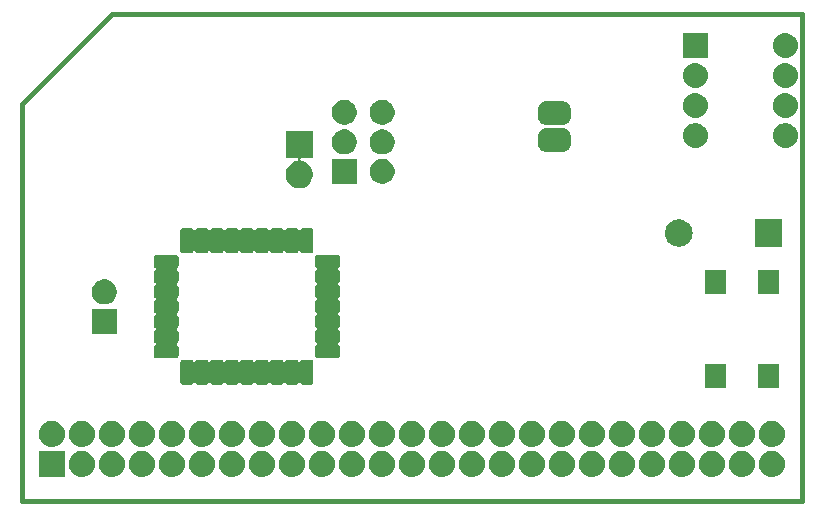
<source format=gts>
G04 #@! TF.GenerationSoftware,KiCad,Pcbnew,5.0.2+dfsg1-1*
G04 #@! TF.CreationDate,2021-01-23T15:11:15+01:00*
G04 #@! TF.ProjectId,ramcard,72616d63-6172-4642-9e6b-696361645f70,2021*
G04 #@! TF.SameCoordinates,Original*
G04 #@! TF.FileFunction,Soldermask,Top*
G04 #@! TF.FilePolarity,Negative*
%FSLAX46Y46*%
G04 Gerber Fmt 4.6, Leading zero omitted, Abs format (unit mm)*
G04 Created by KiCad (PCBNEW 5.0.2+dfsg1-1) date sam. 23 janv. 2021 15:11:15 CET*
%MOMM*%
%LPD*%
G01*
G04 APERTURE LIST*
%ADD10C,0.381000*%
%ADD11C,0.150000*%
G04 APERTURE END LIST*
D10*
X45593000Y-33782000D02*
X53213000Y-26162000D01*
X53213000Y-26162000D02*
X111633000Y-26162000D01*
X45593000Y-33782000D02*
X45593000Y-67437000D01*
X45593000Y-67437000D02*
X111633000Y-67437000D01*
X111633000Y-67437000D02*
X111633000Y-26162000D01*
D11*
G36*
X81262629Y-63149790D02*
X81372088Y-63160571D01*
X81527940Y-63207849D01*
X81582760Y-63224478D01*
X81776910Y-63328253D01*
X81947086Y-63467914D01*
X82086747Y-63638090D01*
X82190522Y-63832240D01*
X82190523Y-63832244D01*
X82254429Y-64042912D01*
X82276007Y-64262000D01*
X82254429Y-64481088D01*
X82207151Y-64636940D01*
X82190522Y-64691760D01*
X82086747Y-64885910D01*
X81947086Y-65056086D01*
X81776910Y-65195747D01*
X81582760Y-65299522D01*
X81527940Y-65316151D01*
X81372088Y-65363429D01*
X81262629Y-65374210D01*
X81207900Y-65379600D01*
X81098100Y-65379600D01*
X81043371Y-65374210D01*
X80933912Y-65363429D01*
X80778060Y-65316151D01*
X80723240Y-65299522D01*
X80529090Y-65195747D01*
X80358914Y-65056086D01*
X80219253Y-64885910D01*
X80115478Y-64691760D01*
X80098849Y-64636940D01*
X80051571Y-64481088D01*
X80029993Y-64262000D01*
X80051571Y-64042912D01*
X80115477Y-63832244D01*
X80115478Y-63832240D01*
X80219253Y-63638090D01*
X80358914Y-63467914D01*
X80529090Y-63328253D01*
X80723240Y-63224478D01*
X80778060Y-63207849D01*
X80933912Y-63160571D01*
X81043371Y-63149790D01*
X81098100Y-63144400D01*
X81207900Y-63144400D01*
X81262629Y-63149790D01*
X81262629Y-63149790D01*
G37*
G36*
X50782629Y-63149790D02*
X50892088Y-63160571D01*
X51047940Y-63207849D01*
X51102760Y-63224478D01*
X51296910Y-63328253D01*
X51467086Y-63467914D01*
X51606747Y-63638090D01*
X51710522Y-63832240D01*
X51710523Y-63832244D01*
X51774429Y-64042912D01*
X51796007Y-64262000D01*
X51774429Y-64481088D01*
X51727151Y-64636940D01*
X51710522Y-64691760D01*
X51606747Y-64885910D01*
X51467086Y-65056086D01*
X51296910Y-65195747D01*
X51102760Y-65299522D01*
X51047940Y-65316151D01*
X50892088Y-65363429D01*
X50782629Y-65374210D01*
X50727900Y-65379600D01*
X50618100Y-65379600D01*
X50563371Y-65374210D01*
X50453912Y-65363429D01*
X50298060Y-65316151D01*
X50243240Y-65299522D01*
X50049090Y-65195747D01*
X49878914Y-65056086D01*
X49739253Y-64885910D01*
X49635478Y-64691760D01*
X49618849Y-64636940D01*
X49571571Y-64481088D01*
X49549993Y-64262000D01*
X49571571Y-64042912D01*
X49635477Y-63832244D01*
X49635478Y-63832240D01*
X49739253Y-63638090D01*
X49878914Y-63467914D01*
X50049090Y-63328253D01*
X50243240Y-63224478D01*
X50298060Y-63207849D01*
X50453912Y-63160571D01*
X50563371Y-63149790D01*
X50618100Y-63144400D01*
X50727900Y-63144400D01*
X50782629Y-63149790D01*
X50782629Y-63149790D01*
G37*
G36*
X83802629Y-63149790D02*
X83912088Y-63160571D01*
X84067940Y-63207849D01*
X84122760Y-63224478D01*
X84316910Y-63328253D01*
X84487086Y-63467914D01*
X84626747Y-63638090D01*
X84730522Y-63832240D01*
X84730523Y-63832244D01*
X84794429Y-64042912D01*
X84816007Y-64262000D01*
X84794429Y-64481088D01*
X84747151Y-64636940D01*
X84730522Y-64691760D01*
X84626747Y-64885910D01*
X84487086Y-65056086D01*
X84316910Y-65195747D01*
X84122760Y-65299522D01*
X84067940Y-65316151D01*
X83912088Y-65363429D01*
X83802629Y-65374210D01*
X83747900Y-65379600D01*
X83638100Y-65379600D01*
X83583371Y-65374210D01*
X83473912Y-65363429D01*
X83318060Y-65316151D01*
X83263240Y-65299522D01*
X83069090Y-65195747D01*
X82898914Y-65056086D01*
X82759253Y-64885910D01*
X82655478Y-64691760D01*
X82638849Y-64636940D01*
X82591571Y-64481088D01*
X82569993Y-64262000D01*
X82591571Y-64042912D01*
X82655477Y-63832244D01*
X82655478Y-63832240D01*
X82759253Y-63638090D01*
X82898914Y-63467914D01*
X83069090Y-63328253D01*
X83263240Y-63224478D01*
X83318060Y-63207849D01*
X83473912Y-63160571D01*
X83583371Y-63149790D01*
X83638100Y-63144400D01*
X83747900Y-63144400D01*
X83802629Y-63149790D01*
X83802629Y-63149790D01*
G37*
G36*
X104122629Y-63149790D02*
X104232088Y-63160571D01*
X104387940Y-63207849D01*
X104442760Y-63224478D01*
X104636910Y-63328253D01*
X104807086Y-63467914D01*
X104946747Y-63638090D01*
X105050522Y-63832240D01*
X105050523Y-63832244D01*
X105114429Y-64042912D01*
X105136007Y-64262000D01*
X105114429Y-64481088D01*
X105067151Y-64636940D01*
X105050522Y-64691760D01*
X104946747Y-64885910D01*
X104807086Y-65056086D01*
X104636910Y-65195747D01*
X104442760Y-65299522D01*
X104387940Y-65316151D01*
X104232088Y-65363429D01*
X104122629Y-65374210D01*
X104067900Y-65379600D01*
X103958100Y-65379600D01*
X103903371Y-65374210D01*
X103793912Y-65363429D01*
X103638060Y-65316151D01*
X103583240Y-65299522D01*
X103389090Y-65195747D01*
X103218914Y-65056086D01*
X103079253Y-64885910D01*
X102975478Y-64691760D01*
X102958849Y-64636940D01*
X102911571Y-64481088D01*
X102889993Y-64262000D01*
X102911571Y-64042912D01*
X102975477Y-63832244D01*
X102975478Y-63832240D01*
X103079253Y-63638090D01*
X103218914Y-63467914D01*
X103389090Y-63328253D01*
X103583240Y-63224478D01*
X103638060Y-63207849D01*
X103793912Y-63160571D01*
X103903371Y-63149790D01*
X103958100Y-63144400D01*
X104067900Y-63144400D01*
X104122629Y-63149790D01*
X104122629Y-63149790D01*
G37*
G36*
X101582629Y-63149790D02*
X101692088Y-63160571D01*
X101847940Y-63207849D01*
X101902760Y-63224478D01*
X102096910Y-63328253D01*
X102267086Y-63467914D01*
X102406747Y-63638090D01*
X102510522Y-63832240D01*
X102510523Y-63832244D01*
X102574429Y-64042912D01*
X102596007Y-64262000D01*
X102574429Y-64481088D01*
X102527151Y-64636940D01*
X102510522Y-64691760D01*
X102406747Y-64885910D01*
X102267086Y-65056086D01*
X102096910Y-65195747D01*
X101902760Y-65299522D01*
X101847940Y-65316151D01*
X101692088Y-65363429D01*
X101582629Y-65374210D01*
X101527900Y-65379600D01*
X101418100Y-65379600D01*
X101363371Y-65374210D01*
X101253912Y-65363429D01*
X101098060Y-65316151D01*
X101043240Y-65299522D01*
X100849090Y-65195747D01*
X100678914Y-65056086D01*
X100539253Y-64885910D01*
X100435478Y-64691760D01*
X100418849Y-64636940D01*
X100371571Y-64481088D01*
X100349993Y-64262000D01*
X100371571Y-64042912D01*
X100435477Y-63832244D01*
X100435478Y-63832240D01*
X100539253Y-63638090D01*
X100678914Y-63467914D01*
X100849090Y-63328253D01*
X101043240Y-63224478D01*
X101098060Y-63207849D01*
X101253912Y-63160571D01*
X101363371Y-63149790D01*
X101418100Y-63144400D01*
X101527900Y-63144400D01*
X101582629Y-63149790D01*
X101582629Y-63149790D01*
G37*
G36*
X99042629Y-63149790D02*
X99152088Y-63160571D01*
X99307940Y-63207849D01*
X99362760Y-63224478D01*
X99556910Y-63328253D01*
X99727086Y-63467914D01*
X99866747Y-63638090D01*
X99970522Y-63832240D01*
X99970523Y-63832244D01*
X100034429Y-64042912D01*
X100056007Y-64262000D01*
X100034429Y-64481088D01*
X99987151Y-64636940D01*
X99970522Y-64691760D01*
X99866747Y-64885910D01*
X99727086Y-65056086D01*
X99556910Y-65195747D01*
X99362760Y-65299522D01*
X99307940Y-65316151D01*
X99152088Y-65363429D01*
X99042629Y-65374210D01*
X98987900Y-65379600D01*
X98878100Y-65379600D01*
X98823371Y-65374210D01*
X98713912Y-65363429D01*
X98558060Y-65316151D01*
X98503240Y-65299522D01*
X98309090Y-65195747D01*
X98138914Y-65056086D01*
X97999253Y-64885910D01*
X97895478Y-64691760D01*
X97878849Y-64636940D01*
X97831571Y-64481088D01*
X97809993Y-64262000D01*
X97831571Y-64042912D01*
X97895477Y-63832244D01*
X97895478Y-63832240D01*
X97999253Y-63638090D01*
X98138914Y-63467914D01*
X98309090Y-63328253D01*
X98503240Y-63224478D01*
X98558060Y-63207849D01*
X98713912Y-63160571D01*
X98823371Y-63149790D01*
X98878100Y-63144400D01*
X98987900Y-63144400D01*
X99042629Y-63149790D01*
X99042629Y-63149790D01*
G37*
G36*
X109202629Y-63149790D02*
X109312088Y-63160571D01*
X109467940Y-63207849D01*
X109522760Y-63224478D01*
X109716910Y-63328253D01*
X109887086Y-63467914D01*
X110026747Y-63638090D01*
X110130522Y-63832240D01*
X110130523Y-63832244D01*
X110194429Y-64042912D01*
X110216007Y-64262000D01*
X110194429Y-64481088D01*
X110147151Y-64636940D01*
X110130522Y-64691760D01*
X110026747Y-64885910D01*
X109887086Y-65056086D01*
X109716910Y-65195747D01*
X109522760Y-65299522D01*
X109467940Y-65316151D01*
X109312088Y-65363429D01*
X109202629Y-65374210D01*
X109147900Y-65379600D01*
X109038100Y-65379600D01*
X108983371Y-65374210D01*
X108873912Y-65363429D01*
X108718060Y-65316151D01*
X108663240Y-65299522D01*
X108469090Y-65195747D01*
X108298914Y-65056086D01*
X108159253Y-64885910D01*
X108055478Y-64691760D01*
X108038849Y-64636940D01*
X107991571Y-64481088D01*
X107969993Y-64262000D01*
X107991571Y-64042912D01*
X108055477Y-63832244D01*
X108055478Y-63832240D01*
X108159253Y-63638090D01*
X108298914Y-63467914D01*
X108469090Y-63328253D01*
X108663240Y-63224478D01*
X108718060Y-63207849D01*
X108873912Y-63160571D01*
X108983371Y-63149790D01*
X109038100Y-63144400D01*
X109147900Y-63144400D01*
X109202629Y-63149790D01*
X109202629Y-63149790D01*
G37*
G36*
X96502629Y-63149790D02*
X96612088Y-63160571D01*
X96767940Y-63207849D01*
X96822760Y-63224478D01*
X97016910Y-63328253D01*
X97187086Y-63467914D01*
X97326747Y-63638090D01*
X97430522Y-63832240D01*
X97430523Y-63832244D01*
X97494429Y-64042912D01*
X97516007Y-64262000D01*
X97494429Y-64481088D01*
X97447151Y-64636940D01*
X97430522Y-64691760D01*
X97326747Y-64885910D01*
X97187086Y-65056086D01*
X97016910Y-65195747D01*
X96822760Y-65299522D01*
X96767940Y-65316151D01*
X96612088Y-65363429D01*
X96502629Y-65374210D01*
X96447900Y-65379600D01*
X96338100Y-65379600D01*
X96283371Y-65374210D01*
X96173912Y-65363429D01*
X96018060Y-65316151D01*
X95963240Y-65299522D01*
X95769090Y-65195747D01*
X95598914Y-65056086D01*
X95459253Y-64885910D01*
X95355478Y-64691760D01*
X95338849Y-64636940D01*
X95291571Y-64481088D01*
X95269993Y-64262000D01*
X95291571Y-64042912D01*
X95355477Y-63832244D01*
X95355478Y-63832240D01*
X95459253Y-63638090D01*
X95598914Y-63467914D01*
X95769090Y-63328253D01*
X95963240Y-63224478D01*
X96018060Y-63207849D01*
X96173912Y-63160571D01*
X96283371Y-63149790D01*
X96338100Y-63144400D01*
X96447900Y-63144400D01*
X96502629Y-63149790D01*
X96502629Y-63149790D01*
G37*
G36*
X93962629Y-63149790D02*
X94072088Y-63160571D01*
X94227940Y-63207849D01*
X94282760Y-63224478D01*
X94476910Y-63328253D01*
X94647086Y-63467914D01*
X94786747Y-63638090D01*
X94890522Y-63832240D01*
X94890523Y-63832244D01*
X94954429Y-64042912D01*
X94976007Y-64262000D01*
X94954429Y-64481088D01*
X94907151Y-64636940D01*
X94890522Y-64691760D01*
X94786747Y-64885910D01*
X94647086Y-65056086D01*
X94476910Y-65195747D01*
X94282760Y-65299522D01*
X94227940Y-65316151D01*
X94072088Y-65363429D01*
X93962629Y-65374210D01*
X93907900Y-65379600D01*
X93798100Y-65379600D01*
X93743371Y-65374210D01*
X93633912Y-65363429D01*
X93478060Y-65316151D01*
X93423240Y-65299522D01*
X93229090Y-65195747D01*
X93058914Y-65056086D01*
X92919253Y-64885910D01*
X92815478Y-64691760D01*
X92798849Y-64636940D01*
X92751571Y-64481088D01*
X92729993Y-64262000D01*
X92751571Y-64042912D01*
X92815477Y-63832244D01*
X92815478Y-63832240D01*
X92919253Y-63638090D01*
X93058914Y-63467914D01*
X93229090Y-63328253D01*
X93423240Y-63224478D01*
X93478060Y-63207849D01*
X93633912Y-63160571D01*
X93743371Y-63149790D01*
X93798100Y-63144400D01*
X93907900Y-63144400D01*
X93962629Y-63149790D01*
X93962629Y-63149790D01*
G37*
G36*
X91422629Y-63149790D02*
X91532088Y-63160571D01*
X91687940Y-63207849D01*
X91742760Y-63224478D01*
X91936910Y-63328253D01*
X92107086Y-63467914D01*
X92246747Y-63638090D01*
X92350522Y-63832240D01*
X92350523Y-63832244D01*
X92414429Y-64042912D01*
X92436007Y-64262000D01*
X92414429Y-64481088D01*
X92367151Y-64636940D01*
X92350522Y-64691760D01*
X92246747Y-64885910D01*
X92107086Y-65056086D01*
X91936910Y-65195747D01*
X91742760Y-65299522D01*
X91687940Y-65316151D01*
X91532088Y-65363429D01*
X91422629Y-65374210D01*
X91367900Y-65379600D01*
X91258100Y-65379600D01*
X91203371Y-65374210D01*
X91093912Y-65363429D01*
X90938060Y-65316151D01*
X90883240Y-65299522D01*
X90689090Y-65195747D01*
X90518914Y-65056086D01*
X90379253Y-64885910D01*
X90275478Y-64691760D01*
X90258849Y-64636940D01*
X90211571Y-64481088D01*
X90189993Y-64262000D01*
X90211571Y-64042912D01*
X90275477Y-63832244D01*
X90275478Y-63832240D01*
X90379253Y-63638090D01*
X90518914Y-63467914D01*
X90689090Y-63328253D01*
X90883240Y-63224478D01*
X90938060Y-63207849D01*
X91093912Y-63160571D01*
X91203371Y-63149790D01*
X91258100Y-63144400D01*
X91367900Y-63144400D01*
X91422629Y-63149790D01*
X91422629Y-63149790D01*
G37*
G36*
X88882629Y-63149790D02*
X88992088Y-63160571D01*
X89147940Y-63207849D01*
X89202760Y-63224478D01*
X89396910Y-63328253D01*
X89567086Y-63467914D01*
X89706747Y-63638090D01*
X89810522Y-63832240D01*
X89810523Y-63832244D01*
X89874429Y-64042912D01*
X89896007Y-64262000D01*
X89874429Y-64481088D01*
X89827151Y-64636940D01*
X89810522Y-64691760D01*
X89706747Y-64885910D01*
X89567086Y-65056086D01*
X89396910Y-65195747D01*
X89202760Y-65299522D01*
X89147940Y-65316151D01*
X88992088Y-65363429D01*
X88882629Y-65374210D01*
X88827900Y-65379600D01*
X88718100Y-65379600D01*
X88663371Y-65374210D01*
X88553912Y-65363429D01*
X88398060Y-65316151D01*
X88343240Y-65299522D01*
X88149090Y-65195747D01*
X87978914Y-65056086D01*
X87839253Y-64885910D01*
X87735478Y-64691760D01*
X87718849Y-64636940D01*
X87671571Y-64481088D01*
X87649993Y-64262000D01*
X87671571Y-64042912D01*
X87735477Y-63832244D01*
X87735478Y-63832240D01*
X87839253Y-63638090D01*
X87978914Y-63467914D01*
X88149090Y-63328253D01*
X88343240Y-63224478D01*
X88398060Y-63207849D01*
X88553912Y-63160571D01*
X88663371Y-63149790D01*
X88718100Y-63144400D01*
X88827900Y-63144400D01*
X88882629Y-63149790D01*
X88882629Y-63149790D01*
G37*
G36*
X86342629Y-63149790D02*
X86452088Y-63160571D01*
X86607940Y-63207849D01*
X86662760Y-63224478D01*
X86856910Y-63328253D01*
X87027086Y-63467914D01*
X87166747Y-63638090D01*
X87270522Y-63832240D01*
X87270523Y-63832244D01*
X87334429Y-64042912D01*
X87356007Y-64262000D01*
X87334429Y-64481088D01*
X87287151Y-64636940D01*
X87270522Y-64691760D01*
X87166747Y-64885910D01*
X87027086Y-65056086D01*
X86856910Y-65195747D01*
X86662760Y-65299522D01*
X86607940Y-65316151D01*
X86452088Y-65363429D01*
X86342629Y-65374210D01*
X86287900Y-65379600D01*
X86178100Y-65379600D01*
X86123371Y-65374210D01*
X86013912Y-65363429D01*
X85858060Y-65316151D01*
X85803240Y-65299522D01*
X85609090Y-65195747D01*
X85438914Y-65056086D01*
X85299253Y-64885910D01*
X85195478Y-64691760D01*
X85178849Y-64636940D01*
X85131571Y-64481088D01*
X85109993Y-64262000D01*
X85131571Y-64042912D01*
X85195477Y-63832244D01*
X85195478Y-63832240D01*
X85299253Y-63638090D01*
X85438914Y-63467914D01*
X85609090Y-63328253D01*
X85803240Y-63224478D01*
X85858060Y-63207849D01*
X86013912Y-63160571D01*
X86123371Y-63149790D01*
X86178100Y-63144400D01*
X86287900Y-63144400D01*
X86342629Y-63149790D01*
X86342629Y-63149790D01*
G37*
G36*
X49250600Y-65379600D02*
X47015400Y-65379600D01*
X47015400Y-63144400D01*
X49250600Y-63144400D01*
X49250600Y-65379600D01*
X49250600Y-65379600D01*
G37*
G36*
X53322629Y-63149790D02*
X53432088Y-63160571D01*
X53587940Y-63207849D01*
X53642760Y-63224478D01*
X53836910Y-63328253D01*
X54007086Y-63467914D01*
X54146747Y-63638090D01*
X54250522Y-63832240D01*
X54250523Y-63832244D01*
X54314429Y-64042912D01*
X54336007Y-64262000D01*
X54314429Y-64481088D01*
X54267151Y-64636940D01*
X54250522Y-64691760D01*
X54146747Y-64885910D01*
X54007086Y-65056086D01*
X53836910Y-65195747D01*
X53642760Y-65299522D01*
X53587940Y-65316151D01*
X53432088Y-65363429D01*
X53322629Y-65374210D01*
X53267900Y-65379600D01*
X53158100Y-65379600D01*
X53103371Y-65374210D01*
X52993912Y-65363429D01*
X52838060Y-65316151D01*
X52783240Y-65299522D01*
X52589090Y-65195747D01*
X52418914Y-65056086D01*
X52279253Y-64885910D01*
X52175478Y-64691760D01*
X52158849Y-64636940D01*
X52111571Y-64481088D01*
X52089993Y-64262000D01*
X52111571Y-64042912D01*
X52175477Y-63832244D01*
X52175478Y-63832240D01*
X52279253Y-63638090D01*
X52418914Y-63467914D01*
X52589090Y-63328253D01*
X52783240Y-63224478D01*
X52838060Y-63207849D01*
X52993912Y-63160571D01*
X53103371Y-63149790D01*
X53158100Y-63144400D01*
X53267900Y-63144400D01*
X53322629Y-63149790D01*
X53322629Y-63149790D01*
G37*
G36*
X106662629Y-63149790D02*
X106772088Y-63160571D01*
X106927940Y-63207849D01*
X106982760Y-63224478D01*
X107176910Y-63328253D01*
X107347086Y-63467914D01*
X107486747Y-63638090D01*
X107590522Y-63832240D01*
X107590523Y-63832244D01*
X107654429Y-64042912D01*
X107676007Y-64262000D01*
X107654429Y-64481088D01*
X107607151Y-64636940D01*
X107590522Y-64691760D01*
X107486747Y-64885910D01*
X107347086Y-65056086D01*
X107176910Y-65195747D01*
X106982760Y-65299522D01*
X106927940Y-65316151D01*
X106772088Y-65363429D01*
X106662629Y-65374210D01*
X106607900Y-65379600D01*
X106498100Y-65379600D01*
X106443371Y-65374210D01*
X106333912Y-65363429D01*
X106178060Y-65316151D01*
X106123240Y-65299522D01*
X105929090Y-65195747D01*
X105758914Y-65056086D01*
X105619253Y-64885910D01*
X105515478Y-64691760D01*
X105498849Y-64636940D01*
X105451571Y-64481088D01*
X105429993Y-64262000D01*
X105451571Y-64042912D01*
X105515477Y-63832244D01*
X105515478Y-63832240D01*
X105619253Y-63638090D01*
X105758914Y-63467914D01*
X105929090Y-63328253D01*
X106123240Y-63224478D01*
X106178060Y-63207849D01*
X106333912Y-63160571D01*
X106443371Y-63149790D01*
X106498100Y-63144400D01*
X106607900Y-63144400D01*
X106662629Y-63149790D01*
X106662629Y-63149790D01*
G37*
G36*
X78722629Y-63149790D02*
X78832088Y-63160571D01*
X78987940Y-63207849D01*
X79042760Y-63224478D01*
X79236910Y-63328253D01*
X79407086Y-63467914D01*
X79546747Y-63638090D01*
X79650522Y-63832240D01*
X79650523Y-63832244D01*
X79714429Y-64042912D01*
X79736007Y-64262000D01*
X79714429Y-64481088D01*
X79667151Y-64636940D01*
X79650522Y-64691760D01*
X79546747Y-64885910D01*
X79407086Y-65056086D01*
X79236910Y-65195747D01*
X79042760Y-65299522D01*
X78987940Y-65316151D01*
X78832088Y-65363429D01*
X78722629Y-65374210D01*
X78667900Y-65379600D01*
X78558100Y-65379600D01*
X78503371Y-65374210D01*
X78393912Y-65363429D01*
X78238060Y-65316151D01*
X78183240Y-65299522D01*
X77989090Y-65195747D01*
X77818914Y-65056086D01*
X77679253Y-64885910D01*
X77575478Y-64691760D01*
X77558849Y-64636940D01*
X77511571Y-64481088D01*
X77489993Y-64262000D01*
X77511571Y-64042912D01*
X77575477Y-63832244D01*
X77575478Y-63832240D01*
X77679253Y-63638090D01*
X77818914Y-63467914D01*
X77989090Y-63328253D01*
X78183240Y-63224478D01*
X78238060Y-63207849D01*
X78393912Y-63160571D01*
X78503371Y-63149790D01*
X78558100Y-63144400D01*
X78667900Y-63144400D01*
X78722629Y-63149790D01*
X78722629Y-63149790D01*
G37*
G36*
X76182629Y-63149790D02*
X76292088Y-63160571D01*
X76447940Y-63207849D01*
X76502760Y-63224478D01*
X76696910Y-63328253D01*
X76867086Y-63467914D01*
X77006747Y-63638090D01*
X77110522Y-63832240D01*
X77110523Y-63832244D01*
X77174429Y-64042912D01*
X77196007Y-64262000D01*
X77174429Y-64481088D01*
X77127151Y-64636940D01*
X77110522Y-64691760D01*
X77006747Y-64885910D01*
X76867086Y-65056086D01*
X76696910Y-65195747D01*
X76502760Y-65299522D01*
X76447940Y-65316151D01*
X76292088Y-65363429D01*
X76182629Y-65374210D01*
X76127900Y-65379600D01*
X76018100Y-65379600D01*
X75963371Y-65374210D01*
X75853912Y-65363429D01*
X75698060Y-65316151D01*
X75643240Y-65299522D01*
X75449090Y-65195747D01*
X75278914Y-65056086D01*
X75139253Y-64885910D01*
X75035478Y-64691760D01*
X75018849Y-64636940D01*
X74971571Y-64481088D01*
X74949993Y-64262000D01*
X74971571Y-64042912D01*
X75035477Y-63832244D01*
X75035478Y-63832240D01*
X75139253Y-63638090D01*
X75278914Y-63467914D01*
X75449090Y-63328253D01*
X75643240Y-63224478D01*
X75698060Y-63207849D01*
X75853912Y-63160571D01*
X75963371Y-63149790D01*
X76018100Y-63144400D01*
X76127900Y-63144400D01*
X76182629Y-63149790D01*
X76182629Y-63149790D01*
G37*
G36*
X73642629Y-63149790D02*
X73752088Y-63160571D01*
X73907940Y-63207849D01*
X73962760Y-63224478D01*
X74156910Y-63328253D01*
X74327086Y-63467914D01*
X74466747Y-63638090D01*
X74570522Y-63832240D01*
X74570523Y-63832244D01*
X74634429Y-64042912D01*
X74656007Y-64262000D01*
X74634429Y-64481088D01*
X74587151Y-64636940D01*
X74570522Y-64691760D01*
X74466747Y-64885910D01*
X74327086Y-65056086D01*
X74156910Y-65195747D01*
X73962760Y-65299522D01*
X73907940Y-65316151D01*
X73752088Y-65363429D01*
X73642629Y-65374210D01*
X73587900Y-65379600D01*
X73478100Y-65379600D01*
X73423371Y-65374210D01*
X73313912Y-65363429D01*
X73158060Y-65316151D01*
X73103240Y-65299522D01*
X72909090Y-65195747D01*
X72738914Y-65056086D01*
X72599253Y-64885910D01*
X72495478Y-64691760D01*
X72478849Y-64636940D01*
X72431571Y-64481088D01*
X72409993Y-64262000D01*
X72431571Y-64042912D01*
X72495477Y-63832244D01*
X72495478Y-63832240D01*
X72599253Y-63638090D01*
X72738914Y-63467914D01*
X72909090Y-63328253D01*
X73103240Y-63224478D01*
X73158060Y-63207849D01*
X73313912Y-63160571D01*
X73423371Y-63149790D01*
X73478100Y-63144400D01*
X73587900Y-63144400D01*
X73642629Y-63149790D01*
X73642629Y-63149790D01*
G37*
G36*
X71102629Y-63149790D02*
X71212088Y-63160571D01*
X71367940Y-63207849D01*
X71422760Y-63224478D01*
X71616910Y-63328253D01*
X71787086Y-63467914D01*
X71926747Y-63638090D01*
X72030522Y-63832240D01*
X72030523Y-63832244D01*
X72094429Y-64042912D01*
X72116007Y-64262000D01*
X72094429Y-64481088D01*
X72047151Y-64636940D01*
X72030522Y-64691760D01*
X71926747Y-64885910D01*
X71787086Y-65056086D01*
X71616910Y-65195747D01*
X71422760Y-65299522D01*
X71367940Y-65316151D01*
X71212088Y-65363429D01*
X71102629Y-65374210D01*
X71047900Y-65379600D01*
X70938100Y-65379600D01*
X70883371Y-65374210D01*
X70773912Y-65363429D01*
X70618060Y-65316151D01*
X70563240Y-65299522D01*
X70369090Y-65195747D01*
X70198914Y-65056086D01*
X70059253Y-64885910D01*
X69955478Y-64691760D01*
X69938849Y-64636940D01*
X69891571Y-64481088D01*
X69869993Y-64262000D01*
X69891571Y-64042912D01*
X69955477Y-63832244D01*
X69955478Y-63832240D01*
X70059253Y-63638090D01*
X70198914Y-63467914D01*
X70369090Y-63328253D01*
X70563240Y-63224478D01*
X70618060Y-63207849D01*
X70773912Y-63160571D01*
X70883371Y-63149790D01*
X70938100Y-63144400D01*
X71047900Y-63144400D01*
X71102629Y-63149790D01*
X71102629Y-63149790D01*
G37*
G36*
X68562629Y-63149790D02*
X68672088Y-63160571D01*
X68827940Y-63207849D01*
X68882760Y-63224478D01*
X69076910Y-63328253D01*
X69247086Y-63467914D01*
X69386747Y-63638090D01*
X69490522Y-63832240D01*
X69490523Y-63832244D01*
X69554429Y-64042912D01*
X69576007Y-64262000D01*
X69554429Y-64481088D01*
X69507151Y-64636940D01*
X69490522Y-64691760D01*
X69386747Y-64885910D01*
X69247086Y-65056086D01*
X69076910Y-65195747D01*
X68882760Y-65299522D01*
X68827940Y-65316151D01*
X68672088Y-65363429D01*
X68562629Y-65374210D01*
X68507900Y-65379600D01*
X68398100Y-65379600D01*
X68343371Y-65374210D01*
X68233912Y-65363429D01*
X68078060Y-65316151D01*
X68023240Y-65299522D01*
X67829090Y-65195747D01*
X67658914Y-65056086D01*
X67519253Y-64885910D01*
X67415478Y-64691760D01*
X67398849Y-64636940D01*
X67351571Y-64481088D01*
X67329993Y-64262000D01*
X67351571Y-64042912D01*
X67415477Y-63832244D01*
X67415478Y-63832240D01*
X67519253Y-63638090D01*
X67658914Y-63467914D01*
X67829090Y-63328253D01*
X68023240Y-63224478D01*
X68078060Y-63207849D01*
X68233912Y-63160571D01*
X68343371Y-63149790D01*
X68398100Y-63144400D01*
X68507900Y-63144400D01*
X68562629Y-63149790D01*
X68562629Y-63149790D01*
G37*
G36*
X66022629Y-63149790D02*
X66132088Y-63160571D01*
X66287940Y-63207849D01*
X66342760Y-63224478D01*
X66536910Y-63328253D01*
X66707086Y-63467914D01*
X66846747Y-63638090D01*
X66950522Y-63832240D01*
X66950523Y-63832244D01*
X67014429Y-64042912D01*
X67036007Y-64262000D01*
X67014429Y-64481088D01*
X66967151Y-64636940D01*
X66950522Y-64691760D01*
X66846747Y-64885910D01*
X66707086Y-65056086D01*
X66536910Y-65195747D01*
X66342760Y-65299522D01*
X66287940Y-65316151D01*
X66132088Y-65363429D01*
X66022629Y-65374210D01*
X65967900Y-65379600D01*
X65858100Y-65379600D01*
X65803371Y-65374210D01*
X65693912Y-65363429D01*
X65538060Y-65316151D01*
X65483240Y-65299522D01*
X65289090Y-65195747D01*
X65118914Y-65056086D01*
X64979253Y-64885910D01*
X64875478Y-64691760D01*
X64858849Y-64636940D01*
X64811571Y-64481088D01*
X64789993Y-64262000D01*
X64811571Y-64042912D01*
X64875477Y-63832244D01*
X64875478Y-63832240D01*
X64979253Y-63638090D01*
X65118914Y-63467914D01*
X65289090Y-63328253D01*
X65483240Y-63224478D01*
X65538060Y-63207849D01*
X65693912Y-63160571D01*
X65803371Y-63149790D01*
X65858100Y-63144400D01*
X65967900Y-63144400D01*
X66022629Y-63149790D01*
X66022629Y-63149790D01*
G37*
G36*
X63482629Y-63149790D02*
X63592088Y-63160571D01*
X63747940Y-63207849D01*
X63802760Y-63224478D01*
X63996910Y-63328253D01*
X64167086Y-63467914D01*
X64306747Y-63638090D01*
X64410522Y-63832240D01*
X64410523Y-63832244D01*
X64474429Y-64042912D01*
X64496007Y-64262000D01*
X64474429Y-64481088D01*
X64427151Y-64636940D01*
X64410522Y-64691760D01*
X64306747Y-64885910D01*
X64167086Y-65056086D01*
X63996910Y-65195747D01*
X63802760Y-65299522D01*
X63747940Y-65316151D01*
X63592088Y-65363429D01*
X63482629Y-65374210D01*
X63427900Y-65379600D01*
X63318100Y-65379600D01*
X63263371Y-65374210D01*
X63153912Y-65363429D01*
X62998060Y-65316151D01*
X62943240Y-65299522D01*
X62749090Y-65195747D01*
X62578914Y-65056086D01*
X62439253Y-64885910D01*
X62335478Y-64691760D01*
X62318849Y-64636940D01*
X62271571Y-64481088D01*
X62249993Y-64262000D01*
X62271571Y-64042912D01*
X62335477Y-63832244D01*
X62335478Y-63832240D01*
X62439253Y-63638090D01*
X62578914Y-63467914D01*
X62749090Y-63328253D01*
X62943240Y-63224478D01*
X62998060Y-63207849D01*
X63153912Y-63160571D01*
X63263371Y-63149790D01*
X63318100Y-63144400D01*
X63427900Y-63144400D01*
X63482629Y-63149790D01*
X63482629Y-63149790D01*
G37*
G36*
X60942629Y-63149790D02*
X61052088Y-63160571D01*
X61207940Y-63207849D01*
X61262760Y-63224478D01*
X61456910Y-63328253D01*
X61627086Y-63467914D01*
X61766747Y-63638090D01*
X61870522Y-63832240D01*
X61870523Y-63832244D01*
X61934429Y-64042912D01*
X61956007Y-64262000D01*
X61934429Y-64481088D01*
X61887151Y-64636940D01*
X61870522Y-64691760D01*
X61766747Y-64885910D01*
X61627086Y-65056086D01*
X61456910Y-65195747D01*
X61262760Y-65299522D01*
X61207940Y-65316151D01*
X61052088Y-65363429D01*
X60942629Y-65374210D01*
X60887900Y-65379600D01*
X60778100Y-65379600D01*
X60723371Y-65374210D01*
X60613912Y-65363429D01*
X60458060Y-65316151D01*
X60403240Y-65299522D01*
X60209090Y-65195747D01*
X60038914Y-65056086D01*
X59899253Y-64885910D01*
X59795478Y-64691760D01*
X59778849Y-64636940D01*
X59731571Y-64481088D01*
X59709993Y-64262000D01*
X59731571Y-64042912D01*
X59795477Y-63832244D01*
X59795478Y-63832240D01*
X59899253Y-63638090D01*
X60038914Y-63467914D01*
X60209090Y-63328253D01*
X60403240Y-63224478D01*
X60458060Y-63207849D01*
X60613912Y-63160571D01*
X60723371Y-63149790D01*
X60778100Y-63144400D01*
X60887900Y-63144400D01*
X60942629Y-63149790D01*
X60942629Y-63149790D01*
G37*
G36*
X58402629Y-63149790D02*
X58512088Y-63160571D01*
X58667940Y-63207849D01*
X58722760Y-63224478D01*
X58916910Y-63328253D01*
X59087086Y-63467914D01*
X59226747Y-63638090D01*
X59330522Y-63832240D01*
X59330523Y-63832244D01*
X59394429Y-64042912D01*
X59416007Y-64262000D01*
X59394429Y-64481088D01*
X59347151Y-64636940D01*
X59330522Y-64691760D01*
X59226747Y-64885910D01*
X59087086Y-65056086D01*
X58916910Y-65195747D01*
X58722760Y-65299522D01*
X58667940Y-65316151D01*
X58512088Y-65363429D01*
X58402629Y-65374210D01*
X58347900Y-65379600D01*
X58238100Y-65379600D01*
X58183371Y-65374210D01*
X58073912Y-65363429D01*
X57918060Y-65316151D01*
X57863240Y-65299522D01*
X57669090Y-65195747D01*
X57498914Y-65056086D01*
X57359253Y-64885910D01*
X57255478Y-64691760D01*
X57238849Y-64636940D01*
X57191571Y-64481088D01*
X57169993Y-64262000D01*
X57191571Y-64042912D01*
X57255477Y-63832244D01*
X57255478Y-63832240D01*
X57359253Y-63638090D01*
X57498914Y-63467914D01*
X57669090Y-63328253D01*
X57863240Y-63224478D01*
X57918060Y-63207849D01*
X58073912Y-63160571D01*
X58183371Y-63149790D01*
X58238100Y-63144400D01*
X58347900Y-63144400D01*
X58402629Y-63149790D01*
X58402629Y-63149790D01*
G37*
G36*
X55862629Y-63149790D02*
X55972088Y-63160571D01*
X56127940Y-63207849D01*
X56182760Y-63224478D01*
X56376910Y-63328253D01*
X56547086Y-63467914D01*
X56686747Y-63638090D01*
X56790522Y-63832240D01*
X56790523Y-63832244D01*
X56854429Y-64042912D01*
X56876007Y-64262000D01*
X56854429Y-64481088D01*
X56807151Y-64636940D01*
X56790522Y-64691760D01*
X56686747Y-64885910D01*
X56547086Y-65056086D01*
X56376910Y-65195747D01*
X56182760Y-65299522D01*
X56127940Y-65316151D01*
X55972088Y-65363429D01*
X55862629Y-65374210D01*
X55807900Y-65379600D01*
X55698100Y-65379600D01*
X55643371Y-65374210D01*
X55533912Y-65363429D01*
X55378060Y-65316151D01*
X55323240Y-65299522D01*
X55129090Y-65195747D01*
X54958914Y-65056086D01*
X54819253Y-64885910D01*
X54715478Y-64691760D01*
X54698849Y-64636940D01*
X54651571Y-64481088D01*
X54629993Y-64262000D01*
X54651571Y-64042912D01*
X54715477Y-63832244D01*
X54715478Y-63832240D01*
X54819253Y-63638090D01*
X54958914Y-63467914D01*
X55129090Y-63328253D01*
X55323240Y-63224478D01*
X55378060Y-63207849D01*
X55533912Y-63160571D01*
X55643371Y-63149790D01*
X55698100Y-63144400D01*
X55807900Y-63144400D01*
X55862629Y-63149790D01*
X55862629Y-63149790D01*
G37*
G36*
X91422629Y-60609790D02*
X91532088Y-60620571D01*
X91687940Y-60667849D01*
X91742760Y-60684478D01*
X91936910Y-60788253D01*
X92107086Y-60927914D01*
X92246747Y-61098090D01*
X92350522Y-61292240D01*
X92350523Y-61292244D01*
X92414429Y-61502912D01*
X92436007Y-61722000D01*
X92414429Y-61941088D01*
X92367151Y-62096940D01*
X92350522Y-62151760D01*
X92246747Y-62345910D01*
X92107086Y-62516086D01*
X91936910Y-62655747D01*
X91742760Y-62759522D01*
X91687940Y-62776151D01*
X91532088Y-62823429D01*
X91422629Y-62834210D01*
X91367900Y-62839600D01*
X91258100Y-62839600D01*
X91203371Y-62834210D01*
X91093912Y-62823429D01*
X90938060Y-62776151D01*
X90883240Y-62759522D01*
X90689090Y-62655747D01*
X90518914Y-62516086D01*
X90379253Y-62345910D01*
X90275478Y-62151760D01*
X90258849Y-62096940D01*
X90211571Y-61941088D01*
X90189993Y-61722000D01*
X90211571Y-61502912D01*
X90275477Y-61292244D01*
X90275478Y-61292240D01*
X90379253Y-61098090D01*
X90518914Y-60927914D01*
X90689090Y-60788253D01*
X90883240Y-60684478D01*
X90938060Y-60667849D01*
X91093912Y-60620571D01*
X91203371Y-60609790D01*
X91258100Y-60604400D01*
X91367900Y-60604400D01*
X91422629Y-60609790D01*
X91422629Y-60609790D01*
G37*
G36*
X53322629Y-60609790D02*
X53432088Y-60620571D01*
X53587940Y-60667849D01*
X53642760Y-60684478D01*
X53836910Y-60788253D01*
X54007086Y-60927914D01*
X54146747Y-61098090D01*
X54250522Y-61292240D01*
X54250523Y-61292244D01*
X54314429Y-61502912D01*
X54336007Y-61722000D01*
X54314429Y-61941088D01*
X54267151Y-62096940D01*
X54250522Y-62151760D01*
X54146747Y-62345910D01*
X54007086Y-62516086D01*
X53836910Y-62655747D01*
X53642760Y-62759522D01*
X53587940Y-62776151D01*
X53432088Y-62823429D01*
X53322629Y-62834210D01*
X53267900Y-62839600D01*
X53158100Y-62839600D01*
X53103371Y-62834210D01*
X52993912Y-62823429D01*
X52838060Y-62776151D01*
X52783240Y-62759522D01*
X52589090Y-62655747D01*
X52418914Y-62516086D01*
X52279253Y-62345910D01*
X52175478Y-62151760D01*
X52158849Y-62096940D01*
X52111571Y-61941088D01*
X52089993Y-61722000D01*
X52111571Y-61502912D01*
X52175477Y-61292244D01*
X52175478Y-61292240D01*
X52279253Y-61098090D01*
X52418914Y-60927914D01*
X52589090Y-60788253D01*
X52783240Y-60684478D01*
X52838060Y-60667849D01*
X52993912Y-60620571D01*
X53103371Y-60609790D01*
X53158100Y-60604400D01*
X53267900Y-60604400D01*
X53322629Y-60609790D01*
X53322629Y-60609790D01*
G37*
G36*
X55862629Y-60609790D02*
X55972088Y-60620571D01*
X56127940Y-60667849D01*
X56182760Y-60684478D01*
X56376910Y-60788253D01*
X56547086Y-60927914D01*
X56686747Y-61098090D01*
X56790522Y-61292240D01*
X56790523Y-61292244D01*
X56854429Y-61502912D01*
X56876007Y-61722000D01*
X56854429Y-61941088D01*
X56807151Y-62096940D01*
X56790522Y-62151760D01*
X56686747Y-62345910D01*
X56547086Y-62516086D01*
X56376910Y-62655747D01*
X56182760Y-62759522D01*
X56127940Y-62776151D01*
X55972088Y-62823429D01*
X55862629Y-62834210D01*
X55807900Y-62839600D01*
X55698100Y-62839600D01*
X55643371Y-62834210D01*
X55533912Y-62823429D01*
X55378060Y-62776151D01*
X55323240Y-62759522D01*
X55129090Y-62655747D01*
X54958914Y-62516086D01*
X54819253Y-62345910D01*
X54715478Y-62151760D01*
X54698849Y-62096940D01*
X54651571Y-61941088D01*
X54629993Y-61722000D01*
X54651571Y-61502912D01*
X54715477Y-61292244D01*
X54715478Y-61292240D01*
X54819253Y-61098090D01*
X54958914Y-60927914D01*
X55129090Y-60788253D01*
X55323240Y-60684478D01*
X55378060Y-60667849D01*
X55533912Y-60620571D01*
X55643371Y-60609790D01*
X55698100Y-60604400D01*
X55807900Y-60604400D01*
X55862629Y-60609790D01*
X55862629Y-60609790D01*
G37*
G36*
X50782629Y-60609790D02*
X50892088Y-60620571D01*
X51047940Y-60667849D01*
X51102760Y-60684478D01*
X51296910Y-60788253D01*
X51467086Y-60927914D01*
X51606747Y-61098090D01*
X51710522Y-61292240D01*
X51710523Y-61292244D01*
X51774429Y-61502912D01*
X51796007Y-61722000D01*
X51774429Y-61941088D01*
X51727151Y-62096940D01*
X51710522Y-62151760D01*
X51606747Y-62345910D01*
X51467086Y-62516086D01*
X51296910Y-62655747D01*
X51102760Y-62759522D01*
X51047940Y-62776151D01*
X50892088Y-62823429D01*
X50782629Y-62834210D01*
X50727900Y-62839600D01*
X50618100Y-62839600D01*
X50563371Y-62834210D01*
X50453912Y-62823429D01*
X50298060Y-62776151D01*
X50243240Y-62759522D01*
X50049090Y-62655747D01*
X49878914Y-62516086D01*
X49739253Y-62345910D01*
X49635478Y-62151760D01*
X49618849Y-62096940D01*
X49571571Y-61941088D01*
X49549993Y-61722000D01*
X49571571Y-61502912D01*
X49635477Y-61292244D01*
X49635478Y-61292240D01*
X49739253Y-61098090D01*
X49878914Y-60927914D01*
X50049090Y-60788253D01*
X50243240Y-60684478D01*
X50298060Y-60667849D01*
X50453912Y-60620571D01*
X50563371Y-60609790D01*
X50618100Y-60604400D01*
X50727900Y-60604400D01*
X50782629Y-60609790D01*
X50782629Y-60609790D01*
G37*
G36*
X58402629Y-60609790D02*
X58512088Y-60620571D01*
X58667940Y-60667849D01*
X58722760Y-60684478D01*
X58916910Y-60788253D01*
X59087086Y-60927914D01*
X59226747Y-61098090D01*
X59330522Y-61292240D01*
X59330523Y-61292244D01*
X59394429Y-61502912D01*
X59416007Y-61722000D01*
X59394429Y-61941088D01*
X59347151Y-62096940D01*
X59330522Y-62151760D01*
X59226747Y-62345910D01*
X59087086Y-62516086D01*
X58916910Y-62655747D01*
X58722760Y-62759522D01*
X58667940Y-62776151D01*
X58512088Y-62823429D01*
X58402629Y-62834210D01*
X58347900Y-62839600D01*
X58238100Y-62839600D01*
X58183371Y-62834210D01*
X58073912Y-62823429D01*
X57918060Y-62776151D01*
X57863240Y-62759522D01*
X57669090Y-62655747D01*
X57498914Y-62516086D01*
X57359253Y-62345910D01*
X57255478Y-62151760D01*
X57238849Y-62096940D01*
X57191571Y-61941088D01*
X57169993Y-61722000D01*
X57191571Y-61502912D01*
X57255477Y-61292244D01*
X57255478Y-61292240D01*
X57359253Y-61098090D01*
X57498914Y-60927914D01*
X57669090Y-60788253D01*
X57863240Y-60684478D01*
X57918060Y-60667849D01*
X58073912Y-60620571D01*
X58183371Y-60609790D01*
X58238100Y-60604400D01*
X58347900Y-60604400D01*
X58402629Y-60609790D01*
X58402629Y-60609790D01*
G37*
G36*
X60942629Y-60609790D02*
X61052088Y-60620571D01*
X61207940Y-60667849D01*
X61262760Y-60684478D01*
X61456910Y-60788253D01*
X61627086Y-60927914D01*
X61766747Y-61098090D01*
X61870522Y-61292240D01*
X61870523Y-61292244D01*
X61934429Y-61502912D01*
X61956007Y-61722000D01*
X61934429Y-61941088D01*
X61887151Y-62096940D01*
X61870522Y-62151760D01*
X61766747Y-62345910D01*
X61627086Y-62516086D01*
X61456910Y-62655747D01*
X61262760Y-62759522D01*
X61207940Y-62776151D01*
X61052088Y-62823429D01*
X60942629Y-62834210D01*
X60887900Y-62839600D01*
X60778100Y-62839600D01*
X60723371Y-62834210D01*
X60613912Y-62823429D01*
X60458060Y-62776151D01*
X60403240Y-62759522D01*
X60209090Y-62655747D01*
X60038914Y-62516086D01*
X59899253Y-62345910D01*
X59795478Y-62151760D01*
X59778849Y-62096940D01*
X59731571Y-61941088D01*
X59709993Y-61722000D01*
X59731571Y-61502912D01*
X59795477Y-61292244D01*
X59795478Y-61292240D01*
X59899253Y-61098090D01*
X60038914Y-60927914D01*
X60209090Y-60788253D01*
X60403240Y-60684478D01*
X60458060Y-60667849D01*
X60613912Y-60620571D01*
X60723371Y-60609790D01*
X60778100Y-60604400D01*
X60887900Y-60604400D01*
X60942629Y-60609790D01*
X60942629Y-60609790D01*
G37*
G36*
X63482629Y-60609790D02*
X63592088Y-60620571D01*
X63747940Y-60667849D01*
X63802760Y-60684478D01*
X63996910Y-60788253D01*
X64167086Y-60927914D01*
X64306747Y-61098090D01*
X64410522Y-61292240D01*
X64410523Y-61292244D01*
X64474429Y-61502912D01*
X64496007Y-61722000D01*
X64474429Y-61941088D01*
X64427151Y-62096940D01*
X64410522Y-62151760D01*
X64306747Y-62345910D01*
X64167086Y-62516086D01*
X63996910Y-62655747D01*
X63802760Y-62759522D01*
X63747940Y-62776151D01*
X63592088Y-62823429D01*
X63482629Y-62834210D01*
X63427900Y-62839600D01*
X63318100Y-62839600D01*
X63263371Y-62834210D01*
X63153912Y-62823429D01*
X62998060Y-62776151D01*
X62943240Y-62759522D01*
X62749090Y-62655747D01*
X62578914Y-62516086D01*
X62439253Y-62345910D01*
X62335478Y-62151760D01*
X62318849Y-62096940D01*
X62271571Y-61941088D01*
X62249993Y-61722000D01*
X62271571Y-61502912D01*
X62335477Y-61292244D01*
X62335478Y-61292240D01*
X62439253Y-61098090D01*
X62578914Y-60927914D01*
X62749090Y-60788253D01*
X62943240Y-60684478D01*
X62998060Y-60667849D01*
X63153912Y-60620571D01*
X63263371Y-60609790D01*
X63318100Y-60604400D01*
X63427900Y-60604400D01*
X63482629Y-60609790D01*
X63482629Y-60609790D01*
G37*
G36*
X66022629Y-60609790D02*
X66132088Y-60620571D01*
X66287940Y-60667849D01*
X66342760Y-60684478D01*
X66536910Y-60788253D01*
X66707086Y-60927914D01*
X66846747Y-61098090D01*
X66950522Y-61292240D01*
X66950523Y-61292244D01*
X67014429Y-61502912D01*
X67036007Y-61722000D01*
X67014429Y-61941088D01*
X66967151Y-62096940D01*
X66950522Y-62151760D01*
X66846747Y-62345910D01*
X66707086Y-62516086D01*
X66536910Y-62655747D01*
X66342760Y-62759522D01*
X66287940Y-62776151D01*
X66132088Y-62823429D01*
X66022629Y-62834210D01*
X65967900Y-62839600D01*
X65858100Y-62839600D01*
X65803371Y-62834210D01*
X65693912Y-62823429D01*
X65538060Y-62776151D01*
X65483240Y-62759522D01*
X65289090Y-62655747D01*
X65118914Y-62516086D01*
X64979253Y-62345910D01*
X64875478Y-62151760D01*
X64858849Y-62096940D01*
X64811571Y-61941088D01*
X64789993Y-61722000D01*
X64811571Y-61502912D01*
X64875477Y-61292244D01*
X64875478Y-61292240D01*
X64979253Y-61098090D01*
X65118914Y-60927914D01*
X65289090Y-60788253D01*
X65483240Y-60684478D01*
X65538060Y-60667849D01*
X65693912Y-60620571D01*
X65803371Y-60609790D01*
X65858100Y-60604400D01*
X65967900Y-60604400D01*
X66022629Y-60609790D01*
X66022629Y-60609790D01*
G37*
G36*
X68562629Y-60609790D02*
X68672088Y-60620571D01*
X68827940Y-60667849D01*
X68882760Y-60684478D01*
X69076910Y-60788253D01*
X69247086Y-60927914D01*
X69386747Y-61098090D01*
X69490522Y-61292240D01*
X69490523Y-61292244D01*
X69554429Y-61502912D01*
X69576007Y-61722000D01*
X69554429Y-61941088D01*
X69507151Y-62096940D01*
X69490522Y-62151760D01*
X69386747Y-62345910D01*
X69247086Y-62516086D01*
X69076910Y-62655747D01*
X68882760Y-62759522D01*
X68827940Y-62776151D01*
X68672088Y-62823429D01*
X68562629Y-62834210D01*
X68507900Y-62839600D01*
X68398100Y-62839600D01*
X68343371Y-62834210D01*
X68233912Y-62823429D01*
X68078060Y-62776151D01*
X68023240Y-62759522D01*
X67829090Y-62655747D01*
X67658914Y-62516086D01*
X67519253Y-62345910D01*
X67415478Y-62151760D01*
X67398849Y-62096940D01*
X67351571Y-61941088D01*
X67329993Y-61722000D01*
X67351571Y-61502912D01*
X67415477Y-61292244D01*
X67415478Y-61292240D01*
X67519253Y-61098090D01*
X67658914Y-60927914D01*
X67829090Y-60788253D01*
X68023240Y-60684478D01*
X68078060Y-60667849D01*
X68233912Y-60620571D01*
X68343371Y-60609790D01*
X68398100Y-60604400D01*
X68507900Y-60604400D01*
X68562629Y-60609790D01*
X68562629Y-60609790D01*
G37*
G36*
X71102629Y-60609790D02*
X71212088Y-60620571D01*
X71367940Y-60667849D01*
X71422760Y-60684478D01*
X71616910Y-60788253D01*
X71787086Y-60927914D01*
X71926747Y-61098090D01*
X72030522Y-61292240D01*
X72030523Y-61292244D01*
X72094429Y-61502912D01*
X72116007Y-61722000D01*
X72094429Y-61941088D01*
X72047151Y-62096940D01*
X72030522Y-62151760D01*
X71926747Y-62345910D01*
X71787086Y-62516086D01*
X71616910Y-62655747D01*
X71422760Y-62759522D01*
X71367940Y-62776151D01*
X71212088Y-62823429D01*
X71102629Y-62834210D01*
X71047900Y-62839600D01*
X70938100Y-62839600D01*
X70883371Y-62834210D01*
X70773912Y-62823429D01*
X70618060Y-62776151D01*
X70563240Y-62759522D01*
X70369090Y-62655747D01*
X70198914Y-62516086D01*
X70059253Y-62345910D01*
X69955478Y-62151760D01*
X69938849Y-62096940D01*
X69891571Y-61941088D01*
X69869993Y-61722000D01*
X69891571Y-61502912D01*
X69955477Y-61292244D01*
X69955478Y-61292240D01*
X70059253Y-61098090D01*
X70198914Y-60927914D01*
X70369090Y-60788253D01*
X70563240Y-60684478D01*
X70618060Y-60667849D01*
X70773912Y-60620571D01*
X70883371Y-60609790D01*
X70938100Y-60604400D01*
X71047900Y-60604400D01*
X71102629Y-60609790D01*
X71102629Y-60609790D01*
G37*
G36*
X73642629Y-60609790D02*
X73752088Y-60620571D01*
X73907940Y-60667849D01*
X73962760Y-60684478D01*
X74156910Y-60788253D01*
X74327086Y-60927914D01*
X74466747Y-61098090D01*
X74570522Y-61292240D01*
X74570523Y-61292244D01*
X74634429Y-61502912D01*
X74656007Y-61722000D01*
X74634429Y-61941088D01*
X74587151Y-62096940D01*
X74570522Y-62151760D01*
X74466747Y-62345910D01*
X74327086Y-62516086D01*
X74156910Y-62655747D01*
X73962760Y-62759522D01*
X73907940Y-62776151D01*
X73752088Y-62823429D01*
X73642629Y-62834210D01*
X73587900Y-62839600D01*
X73478100Y-62839600D01*
X73423371Y-62834210D01*
X73313912Y-62823429D01*
X73158060Y-62776151D01*
X73103240Y-62759522D01*
X72909090Y-62655747D01*
X72738914Y-62516086D01*
X72599253Y-62345910D01*
X72495478Y-62151760D01*
X72478849Y-62096940D01*
X72431571Y-61941088D01*
X72409993Y-61722000D01*
X72431571Y-61502912D01*
X72495477Y-61292244D01*
X72495478Y-61292240D01*
X72599253Y-61098090D01*
X72738914Y-60927914D01*
X72909090Y-60788253D01*
X73103240Y-60684478D01*
X73158060Y-60667849D01*
X73313912Y-60620571D01*
X73423371Y-60609790D01*
X73478100Y-60604400D01*
X73587900Y-60604400D01*
X73642629Y-60609790D01*
X73642629Y-60609790D01*
G37*
G36*
X76182629Y-60609790D02*
X76292088Y-60620571D01*
X76447940Y-60667849D01*
X76502760Y-60684478D01*
X76696910Y-60788253D01*
X76867086Y-60927914D01*
X77006747Y-61098090D01*
X77110522Y-61292240D01*
X77110523Y-61292244D01*
X77174429Y-61502912D01*
X77196007Y-61722000D01*
X77174429Y-61941088D01*
X77127151Y-62096940D01*
X77110522Y-62151760D01*
X77006747Y-62345910D01*
X76867086Y-62516086D01*
X76696910Y-62655747D01*
X76502760Y-62759522D01*
X76447940Y-62776151D01*
X76292088Y-62823429D01*
X76182629Y-62834210D01*
X76127900Y-62839600D01*
X76018100Y-62839600D01*
X75963371Y-62834210D01*
X75853912Y-62823429D01*
X75698060Y-62776151D01*
X75643240Y-62759522D01*
X75449090Y-62655747D01*
X75278914Y-62516086D01*
X75139253Y-62345910D01*
X75035478Y-62151760D01*
X75018849Y-62096940D01*
X74971571Y-61941088D01*
X74949993Y-61722000D01*
X74971571Y-61502912D01*
X75035477Y-61292244D01*
X75035478Y-61292240D01*
X75139253Y-61098090D01*
X75278914Y-60927914D01*
X75449090Y-60788253D01*
X75643240Y-60684478D01*
X75698060Y-60667849D01*
X75853912Y-60620571D01*
X75963371Y-60609790D01*
X76018100Y-60604400D01*
X76127900Y-60604400D01*
X76182629Y-60609790D01*
X76182629Y-60609790D01*
G37*
G36*
X78722629Y-60609790D02*
X78832088Y-60620571D01*
X78987940Y-60667849D01*
X79042760Y-60684478D01*
X79236910Y-60788253D01*
X79407086Y-60927914D01*
X79546747Y-61098090D01*
X79650522Y-61292240D01*
X79650523Y-61292244D01*
X79714429Y-61502912D01*
X79736007Y-61722000D01*
X79714429Y-61941088D01*
X79667151Y-62096940D01*
X79650522Y-62151760D01*
X79546747Y-62345910D01*
X79407086Y-62516086D01*
X79236910Y-62655747D01*
X79042760Y-62759522D01*
X78987940Y-62776151D01*
X78832088Y-62823429D01*
X78722629Y-62834210D01*
X78667900Y-62839600D01*
X78558100Y-62839600D01*
X78503371Y-62834210D01*
X78393912Y-62823429D01*
X78238060Y-62776151D01*
X78183240Y-62759522D01*
X77989090Y-62655747D01*
X77818914Y-62516086D01*
X77679253Y-62345910D01*
X77575478Y-62151760D01*
X77558849Y-62096940D01*
X77511571Y-61941088D01*
X77489993Y-61722000D01*
X77511571Y-61502912D01*
X77575477Y-61292244D01*
X77575478Y-61292240D01*
X77679253Y-61098090D01*
X77818914Y-60927914D01*
X77989090Y-60788253D01*
X78183240Y-60684478D01*
X78238060Y-60667849D01*
X78393912Y-60620571D01*
X78503371Y-60609790D01*
X78558100Y-60604400D01*
X78667900Y-60604400D01*
X78722629Y-60609790D01*
X78722629Y-60609790D01*
G37*
G36*
X86342629Y-60609790D02*
X86452088Y-60620571D01*
X86607940Y-60667849D01*
X86662760Y-60684478D01*
X86856910Y-60788253D01*
X87027086Y-60927914D01*
X87166747Y-61098090D01*
X87270522Y-61292240D01*
X87270523Y-61292244D01*
X87334429Y-61502912D01*
X87356007Y-61722000D01*
X87334429Y-61941088D01*
X87287151Y-62096940D01*
X87270522Y-62151760D01*
X87166747Y-62345910D01*
X87027086Y-62516086D01*
X86856910Y-62655747D01*
X86662760Y-62759522D01*
X86607940Y-62776151D01*
X86452088Y-62823429D01*
X86342629Y-62834210D01*
X86287900Y-62839600D01*
X86178100Y-62839600D01*
X86123371Y-62834210D01*
X86013912Y-62823429D01*
X85858060Y-62776151D01*
X85803240Y-62759522D01*
X85609090Y-62655747D01*
X85438914Y-62516086D01*
X85299253Y-62345910D01*
X85195478Y-62151760D01*
X85178849Y-62096940D01*
X85131571Y-61941088D01*
X85109993Y-61722000D01*
X85131571Y-61502912D01*
X85195477Y-61292244D01*
X85195478Y-61292240D01*
X85299253Y-61098090D01*
X85438914Y-60927914D01*
X85609090Y-60788253D01*
X85803240Y-60684478D01*
X85858060Y-60667849D01*
X86013912Y-60620571D01*
X86123371Y-60609790D01*
X86178100Y-60604400D01*
X86287900Y-60604400D01*
X86342629Y-60609790D01*
X86342629Y-60609790D01*
G37*
G36*
X104122629Y-60609790D02*
X104232088Y-60620571D01*
X104387940Y-60667849D01*
X104442760Y-60684478D01*
X104636910Y-60788253D01*
X104807086Y-60927914D01*
X104946747Y-61098090D01*
X105050522Y-61292240D01*
X105050523Y-61292244D01*
X105114429Y-61502912D01*
X105136007Y-61722000D01*
X105114429Y-61941088D01*
X105067151Y-62096940D01*
X105050522Y-62151760D01*
X104946747Y-62345910D01*
X104807086Y-62516086D01*
X104636910Y-62655747D01*
X104442760Y-62759522D01*
X104387940Y-62776151D01*
X104232088Y-62823429D01*
X104122629Y-62834210D01*
X104067900Y-62839600D01*
X103958100Y-62839600D01*
X103903371Y-62834210D01*
X103793912Y-62823429D01*
X103638060Y-62776151D01*
X103583240Y-62759522D01*
X103389090Y-62655747D01*
X103218914Y-62516086D01*
X103079253Y-62345910D01*
X102975478Y-62151760D01*
X102958849Y-62096940D01*
X102911571Y-61941088D01*
X102889993Y-61722000D01*
X102911571Y-61502912D01*
X102975477Y-61292244D01*
X102975478Y-61292240D01*
X103079253Y-61098090D01*
X103218914Y-60927914D01*
X103389090Y-60788253D01*
X103583240Y-60684478D01*
X103638060Y-60667849D01*
X103793912Y-60620571D01*
X103903371Y-60609790D01*
X103958100Y-60604400D01*
X104067900Y-60604400D01*
X104122629Y-60609790D01*
X104122629Y-60609790D01*
G37*
G36*
X96502629Y-60609790D02*
X96612088Y-60620571D01*
X96767940Y-60667849D01*
X96822760Y-60684478D01*
X97016910Y-60788253D01*
X97187086Y-60927914D01*
X97326747Y-61098090D01*
X97430522Y-61292240D01*
X97430523Y-61292244D01*
X97494429Y-61502912D01*
X97516007Y-61722000D01*
X97494429Y-61941088D01*
X97447151Y-62096940D01*
X97430522Y-62151760D01*
X97326747Y-62345910D01*
X97187086Y-62516086D01*
X97016910Y-62655747D01*
X96822760Y-62759522D01*
X96767940Y-62776151D01*
X96612088Y-62823429D01*
X96502629Y-62834210D01*
X96447900Y-62839600D01*
X96338100Y-62839600D01*
X96283371Y-62834210D01*
X96173912Y-62823429D01*
X96018060Y-62776151D01*
X95963240Y-62759522D01*
X95769090Y-62655747D01*
X95598914Y-62516086D01*
X95459253Y-62345910D01*
X95355478Y-62151760D01*
X95338849Y-62096940D01*
X95291571Y-61941088D01*
X95269993Y-61722000D01*
X95291571Y-61502912D01*
X95355477Y-61292244D01*
X95355478Y-61292240D01*
X95459253Y-61098090D01*
X95598914Y-60927914D01*
X95769090Y-60788253D01*
X95963240Y-60684478D01*
X96018060Y-60667849D01*
X96173912Y-60620571D01*
X96283371Y-60609790D01*
X96338100Y-60604400D01*
X96447900Y-60604400D01*
X96502629Y-60609790D01*
X96502629Y-60609790D01*
G37*
G36*
X101582629Y-60609790D02*
X101692088Y-60620571D01*
X101847940Y-60667849D01*
X101902760Y-60684478D01*
X102096910Y-60788253D01*
X102267086Y-60927914D01*
X102406747Y-61098090D01*
X102510522Y-61292240D01*
X102510523Y-61292244D01*
X102574429Y-61502912D01*
X102596007Y-61722000D01*
X102574429Y-61941088D01*
X102527151Y-62096940D01*
X102510522Y-62151760D01*
X102406747Y-62345910D01*
X102267086Y-62516086D01*
X102096910Y-62655747D01*
X101902760Y-62759522D01*
X101847940Y-62776151D01*
X101692088Y-62823429D01*
X101582629Y-62834210D01*
X101527900Y-62839600D01*
X101418100Y-62839600D01*
X101363371Y-62834210D01*
X101253912Y-62823429D01*
X101098060Y-62776151D01*
X101043240Y-62759522D01*
X100849090Y-62655747D01*
X100678914Y-62516086D01*
X100539253Y-62345910D01*
X100435478Y-62151760D01*
X100418849Y-62096940D01*
X100371571Y-61941088D01*
X100349993Y-61722000D01*
X100371571Y-61502912D01*
X100435477Y-61292244D01*
X100435478Y-61292240D01*
X100539253Y-61098090D01*
X100678914Y-60927914D01*
X100849090Y-60788253D01*
X101043240Y-60684478D01*
X101098060Y-60667849D01*
X101253912Y-60620571D01*
X101363371Y-60609790D01*
X101418100Y-60604400D01*
X101527900Y-60604400D01*
X101582629Y-60609790D01*
X101582629Y-60609790D01*
G37*
G36*
X106662629Y-60609790D02*
X106772088Y-60620571D01*
X106927940Y-60667849D01*
X106982760Y-60684478D01*
X107176910Y-60788253D01*
X107347086Y-60927914D01*
X107486747Y-61098090D01*
X107590522Y-61292240D01*
X107590523Y-61292244D01*
X107654429Y-61502912D01*
X107676007Y-61722000D01*
X107654429Y-61941088D01*
X107607151Y-62096940D01*
X107590522Y-62151760D01*
X107486747Y-62345910D01*
X107347086Y-62516086D01*
X107176910Y-62655747D01*
X106982760Y-62759522D01*
X106927940Y-62776151D01*
X106772088Y-62823429D01*
X106662629Y-62834210D01*
X106607900Y-62839600D01*
X106498100Y-62839600D01*
X106443371Y-62834210D01*
X106333912Y-62823429D01*
X106178060Y-62776151D01*
X106123240Y-62759522D01*
X105929090Y-62655747D01*
X105758914Y-62516086D01*
X105619253Y-62345910D01*
X105515478Y-62151760D01*
X105498849Y-62096940D01*
X105451571Y-61941088D01*
X105429993Y-61722000D01*
X105451571Y-61502912D01*
X105515477Y-61292244D01*
X105515478Y-61292240D01*
X105619253Y-61098090D01*
X105758914Y-60927914D01*
X105929090Y-60788253D01*
X106123240Y-60684478D01*
X106178060Y-60667849D01*
X106333912Y-60620571D01*
X106443371Y-60609790D01*
X106498100Y-60604400D01*
X106607900Y-60604400D01*
X106662629Y-60609790D01*
X106662629Y-60609790D01*
G37*
G36*
X99042629Y-60609790D02*
X99152088Y-60620571D01*
X99307940Y-60667849D01*
X99362760Y-60684478D01*
X99556910Y-60788253D01*
X99727086Y-60927914D01*
X99866747Y-61098090D01*
X99970522Y-61292240D01*
X99970523Y-61292244D01*
X100034429Y-61502912D01*
X100056007Y-61722000D01*
X100034429Y-61941088D01*
X99987151Y-62096940D01*
X99970522Y-62151760D01*
X99866747Y-62345910D01*
X99727086Y-62516086D01*
X99556910Y-62655747D01*
X99362760Y-62759522D01*
X99307940Y-62776151D01*
X99152088Y-62823429D01*
X99042629Y-62834210D01*
X98987900Y-62839600D01*
X98878100Y-62839600D01*
X98823371Y-62834210D01*
X98713912Y-62823429D01*
X98558060Y-62776151D01*
X98503240Y-62759522D01*
X98309090Y-62655747D01*
X98138914Y-62516086D01*
X97999253Y-62345910D01*
X97895478Y-62151760D01*
X97878849Y-62096940D01*
X97831571Y-61941088D01*
X97809993Y-61722000D01*
X97831571Y-61502912D01*
X97895477Y-61292244D01*
X97895478Y-61292240D01*
X97999253Y-61098090D01*
X98138914Y-60927914D01*
X98309090Y-60788253D01*
X98503240Y-60684478D01*
X98558060Y-60667849D01*
X98713912Y-60620571D01*
X98823371Y-60609790D01*
X98878100Y-60604400D01*
X98987900Y-60604400D01*
X99042629Y-60609790D01*
X99042629Y-60609790D01*
G37*
G36*
X83802629Y-60609790D02*
X83912088Y-60620571D01*
X84067940Y-60667849D01*
X84122760Y-60684478D01*
X84316910Y-60788253D01*
X84487086Y-60927914D01*
X84626747Y-61098090D01*
X84730522Y-61292240D01*
X84730523Y-61292244D01*
X84794429Y-61502912D01*
X84816007Y-61722000D01*
X84794429Y-61941088D01*
X84747151Y-62096940D01*
X84730522Y-62151760D01*
X84626747Y-62345910D01*
X84487086Y-62516086D01*
X84316910Y-62655747D01*
X84122760Y-62759522D01*
X84067940Y-62776151D01*
X83912088Y-62823429D01*
X83802629Y-62834210D01*
X83747900Y-62839600D01*
X83638100Y-62839600D01*
X83583371Y-62834210D01*
X83473912Y-62823429D01*
X83318060Y-62776151D01*
X83263240Y-62759522D01*
X83069090Y-62655747D01*
X82898914Y-62516086D01*
X82759253Y-62345910D01*
X82655478Y-62151760D01*
X82638849Y-62096940D01*
X82591571Y-61941088D01*
X82569993Y-61722000D01*
X82591571Y-61502912D01*
X82655477Y-61292244D01*
X82655478Y-61292240D01*
X82759253Y-61098090D01*
X82898914Y-60927914D01*
X83069090Y-60788253D01*
X83263240Y-60684478D01*
X83318060Y-60667849D01*
X83473912Y-60620571D01*
X83583371Y-60609790D01*
X83638100Y-60604400D01*
X83747900Y-60604400D01*
X83802629Y-60609790D01*
X83802629Y-60609790D01*
G37*
G36*
X93962629Y-60609790D02*
X94072088Y-60620571D01*
X94227940Y-60667849D01*
X94282760Y-60684478D01*
X94476910Y-60788253D01*
X94647086Y-60927914D01*
X94786747Y-61098090D01*
X94890522Y-61292240D01*
X94890523Y-61292244D01*
X94954429Y-61502912D01*
X94976007Y-61722000D01*
X94954429Y-61941088D01*
X94907151Y-62096940D01*
X94890522Y-62151760D01*
X94786747Y-62345910D01*
X94647086Y-62516086D01*
X94476910Y-62655747D01*
X94282760Y-62759522D01*
X94227940Y-62776151D01*
X94072088Y-62823429D01*
X93962629Y-62834210D01*
X93907900Y-62839600D01*
X93798100Y-62839600D01*
X93743371Y-62834210D01*
X93633912Y-62823429D01*
X93478060Y-62776151D01*
X93423240Y-62759522D01*
X93229090Y-62655747D01*
X93058914Y-62516086D01*
X92919253Y-62345910D01*
X92815478Y-62151760D01*
X92798849Y-62096940D01*
X92751571Y-61941088D01*
X92729993Y-61722000D01*
X92751571Y-61502912D01*
X92815477Y-61292244D01*
X92815478Y-61292240D01*
X92919253Y-61098090D01*
X93058914Y-60927914D01*
X93229090Y-60788253D01*
X93423240Y-60684478D01*
X93478060Y-60667849D01*
X93633912Y-60620571D01*
X93743371Y-60609790D01*
X93798100Y-60604400D01*
X93907900Y-60604400D01*
X93962629Y-60609790D01*
X93962629Y-60609790D01*
G37*
G36*
X81262629Y-60609790D02*
X81372088Y-60620571D01*
X81527940Y-60667849D01*
X81582760Y-60684478D01*
X81776910Y-60788253D01*
X81947086Y-60927914D01*
X82086747Y-61098090D01*
X82190522Y-61292240D01*
X82190523Y-61292244D01*
X82254429Y-61502912D01*
X82276007Y-61722000D01*
X82254429Y-61941088D01*
X82207151Y-62096940D01*
X82190522Y-62151760D01*
X82086747Y-62345910D01*
X81947086Y-62516086D01*
X81776910Y-62655747D01*
X81582760Y-62759522D01*
X81527940Y-62776151D01*
X81372088Y-62823429D01*
X81262629Y-62834210D01*
X81207900Y-62839600D01*
X81098100Y-62839600D01*
X81043371Y-62834210D01*
X80933912Y-62823429D01*
X80778060Y-62776151D01*
X80723240Y-62759522D01*
X80529090Y-62655747D01*
X80358914Y-62516086D01*
X80219253Y-62345910D01*
X80115478Y-62151760D01*
X80098849Y-62096940D01*
X80051571Y-61941088D01*
X80029993Y-61722000D01*
X80051571Y-61502912D01*
X80115477Y-61292244D01*
X80115478Y-61292240D01*
X80219253Y-61098090D01*
X80358914Y-60927914D01*
X80529090Y-60788253D01*
X80723240Y-60684478D01*
X80778060Y-60667849D01*
X80933912Y-60620571D01*
X81043371Y-60609790D01*
X81098100Y-60604400D01*
X81207900Y-60604400D01*
X81262629Y-60609790D01*
X81262629Y-60609790D01*
G37*
G36*
X109202629Y-60609790D02*
X109312088Y-60620571D01*
X109467940Y-60667849D01*
X109522760Y-60684478D01*
X109716910Y-60788253D01*
X109887086Y-60927914D01*
X110026747Y-61098090D01*
X110130522Y-61292240D01*
X110130523Y-61292244D01*
X110194429Y-61502912D01*
X110216007Y-61722000D01*
X110194429Y-61941088D01*
X110147151Y-62096940D01*
X110130522Y-62151760D01*
X110026747Y-62345910D01*
X109887086Y-62516086D01*
X109716910Y-62655747D01*
X109522760Y-62759522D01*
X109467940Y-62776151D01*
X109312088Y-62823429D01*
X109202629Y-62834210D01*
X109147900Y-62839600D01*
X109038100Y-62839600D01*
X108983371Y-62834210D01*
X108873912Y-62823429D01*
X108718060Y-62776151D01*
X108663240Y-62759522D01*
X108469090Y-62655747D01*
X108298914Y-62516086D01*
X108159253Y-62345910D01*
X108055478Y-62151760D01*
X108038849Y-62096940D01*
X107991571Y-61941088D01*
X107969993Y-61722000D01*
X107991571Y-61502912D01*
X108055477Y-61292244D01*
X108055478Y-61292240D01*
X108159253Y-61098090D01*
X108298914Y-60927914D01*
X108469090Y-60788253D01*
X108663240Y-60684478D01*
X108718060Y-60667849D01*
X108873912Y-60620571D01*
X108983371Y-60609790D01*
X109038100Y-60604400D01*
X109147900Y-60604400D01*
X109202629Y-60609790D01*
X109202629Y-60609790D01*
G37*
G36*
X88882629Y-60609790D02*
X88992088Y-60620571D01*
X89147940Y-60667849D01*
X89202760Y-60684478D01*
X89396910Y-60788253D01*
X89567086Y-60927914D01*
X89706747Y-61098090D01*
X89810522Y-61292240D01*
X89810523Y-61292244D01*
X89874429Y-61502912D01*
X89896007Y-61722000D01*
X89874429Y-61941088D01*
X89827151Y-62096940D01*
X89810522Y-62151760D01*
X89706747Y-62345910D01*
X89567086Y-62516086D01*
X89396910Y-62655747D01*
X89202760Y-62759522D01*
X89147940Y-62776151D01*
X88992088Y-62823429D01*
X88882629Y-62834210D01*
X88827900Y-62839600D01*
X88718100Y-62839600D01*
X88663371Y-62834210D01*
X88553912Y-62823429D01*
X88398060Y-62776151D01*
X88343240Y-62759522D01*
X88149090Y-62655747D01*
X87978914Y-62516086D01*
X87839253Y-62345910D01*
X87735478Y-62151760D01*
X87718849Y-62096940D01*
X87671571Y-61941088D01*
X87649993Y-61722000D01*
X87671571Y-61502912D01*
X87735477Y-61292244D01*
X87735478Y-61292240D01*
X87839253Y-61098090D01*
X87978914Y-60927914D01*
X88149090Y-60788253D01*
X88343240Y-60684478D01*
X88398060Y-60667849D01*
X88553912Y-60620571D01*
X88663371Y-60609790D01*
X88718100Y-60604400D01*
X88827900Y-60604400D01*
X88882629Y-60609790D01*
X88882629Y-60609790D01*
G37*
G36*
X48242629Y-60609790D02*
X48352088Y-60620571D01*
X48507940Y-60667849D01*
X48562760Y-60684478D01*
X48756910Y-60788253D01*
X48927086Y-60927914D01*
X49066747Y-61098090D01*
X49170522Y-61292240D01*
X49170523Y-61292244D01*
X49234429Y-61502912D01*
X49256007Y-61722000D01*
X49234429Y-61941088D01*
X49187151Y-62096940D01*
X49170522Y-62151760D01*
X49066747Y-62345910D01*
X48927086Y-62516086D01*
X48756910Y-62655747D01*
X48562760Y-62759522D01*
X48507940Y-62776151D01*
X48352088Y-62823429D01*
X48242629Y-62834210D01*
X48187900Y-62839600D01*
X48078100Y-62839600D01*
X48023371Y-62834210D01*
X47913912Y-62823429D01*
X47758060Y-62776151D01*
X47703240Y-62759522D01*
X47509090Y-62655747D01*
X47338914Y-62516086D01*
X47199253Y-62345910D01*
X47095478Y-62151760D01*
X47078849Y-62096940D01*
X47031571Y-61941088D01*
X47009993Y-61722000D01*
X47031571Y-61502912D01*
X47095477Y-61292244D01*
X47095478Y-61292240D01*
X47199253Y-61098090D01*
X47338914Y-60927914D01*
X47509090Y-60788253D01*
X47703240Y-60684478D01*
X47758060Y-60667849D01*
X47913912Y-60620571D01*
X48023371Y-60609790D01*
X48078100Y-60604400D01*
X48187900Y-60604400D01*
X48242629Y-60609790D01*
X48242629Y-60609790D01*
G37*
G36*
X105207000Y-57836000D02*
X103399000Y-57836000D01*
X103399000Y-55778000D01*
X105207000Y-55778000D01*
X105207000Y-57836000D01*
X105207000Y-57836000D01*
G37*
G36*
X109707000Y-57836000D02*
X107899000Y-57836000D01*
X107899000Y-55778000D01*
X109707000Y-55778000D01*
X109707000Y-57836000D01*
X109707000Y-57836000D01*
G37*
G36*
X59944230Y-55440214D02*
X59984354Y-55452386D01*
X60021330Y-55472150D01*
X60053747Y-55498753D01*
X60080348Y-55531168D01*
X60087759Y-55545033D01*
X60101373Y-55565408D01*
X60118700Y-55582736D01*
X60139074Y-55596350D01*
X60161713Y-55605727D01*
X60185747Y-55610508D01*
X60210251Y-55610508D01*
X60234284Y-55605728D01*
X60256923Y-55596351D01*
X60277298Y-55582737D01*
X60294626Y-55565410D01*
X60308241Y-55545033D01*
X60315652Y-55531168D01*
X60342253Y-55498753D01*
X60374670Y-55472150D01*
X60411646Y-55452386D01*
X60451770Y-55440214D01*
X60499638Y-55435500D01*
X61166362Y-55435500D01*
X61214230Y-55440214D01*
X61254354Y-55452386D01*
X61291330Y-55472150D01*
X61323747Y-55498753D01*
X61350348Y-55531168D01*
X61357759Y-55545033D01*
X61371373Y-55565408D01*
X61388700Y-55582736D01*
X61409074Y-55596350D01*
X61431713Y-55605727D01*
X61455747Y-55610508D01*
X61480251Y-55610508D01*
X61504284Y-55605728D01*
X61526923Y-55596351D01*
X61547298Y-55582737D01*
X61564626Y-55565410D01*
X61578241Y-55545033D01*
X61585652Y-55531168D01*
X61612253Y-55498753D01*
X61644670Y-55472150D01*
X61681646Y-55452386D01*
X61721770Y-55440214D01*
X61769638Y-55435500D01*
X62436362Y-55435500D01*
X62484230Y-55440214D01*
X62524354Y-55452386D01*
X62561330Y-55472150D01*
X62593747Y-55498753D01*
X62620348Y-55531168D01*
X62627759Y-55545033D01*
X62641373Y-55565408D01*
X62658700Y-55582736D01*
X62679074Y-55596350D01*
X62701713Y-55605727D01*
X62725747Y-55610508D01*
X62750251Y-55610508D01*
X62774284Y-55605728D01*
X62796923Y-55596351D01*
X62817298Y-55582737D01*
X62834626Y-55565410D01*
X62848241Y-55545033D01*
X62855652Y-55531168D01*
X62882253Y-55498753D01*
X62914670Y-55472150D01*
X62951646Y-55452386D01*
X62991770Y-55440214D01*
X63039638Y-55435500D01*
X63706362Y-55435500D01*
X63754230Y-55440214D01*
X63794354Y-55452386D01*
X63831330Y-55472150D01*
X63863747Y-55498753D01*
X63890348Y-55531168D01*
X63897759Y-55545033D01*
X63911373Y-55565408D01*
X63928700Y-55582736D01*
X63949074Y-55596350D01*
X63971713Y-55605727D01*
X63995747Y-55610508D01*
X64020251Y-55610508D01*
X64044284Y-55605728D01*
X64066923Y-55596351D01*
X64087298Y-55582737D01*
X64104626Y-55565410D01*
X64118241Y-55545033D01*
X64125652Y-55531168D01*
X64152253Y-55498753D01*
X64184670Y-55472150D01*
X64221646Y-55452386D01*
X64261770Y-55440214D01*
X64309638Y-55435500D01*
X64976362Y-55435500D01*
X65024230Y-55440214D01*
X65064354Y-55452386D01*
X65101330Y-55472150D01*
X65133747Y-55498753D01*
X65160348Y-55531168D01*
X65167759Y-55545033D01*
X65181373Y-55565408D01*
X65198700Y-55582736D01*
X65219074Y-55596350D01*
X65241713Y-55605727D01*
X65265747Y-55610508D01*
X65290251Y-55610508D01*
X65314284Y-55605728D01*
X65336923Y-55596351D01*
X65357298Y-55582737D01*
X65374626Y-55565410D01*
X65388241Y-55545033D01*
X65395652Y-55531168D01*
X65422253Y-55498753D01*
X65454670Y-55472150D01*
X65491646Y-55452386D01*
X65531770Y-55440214D01*
X65579638Y-55435500D01*
X66246362Y-55435500D01*
X66294230Y-55440214D01*
X66334354Y-55452386D01*
X66371330Y-55472150D01*
X66403747Y-55498753D01*
X66430348Y-55531168D01*
X66437759Y-55545033D01*
X66451373Y-55565408D01*
X66468700Y-55582736D01*
X66489074Y-55596350D01*
X66511713Y-55605727D01*
X66535747Y-55610508D01*
X66560251Y-55610508D01*
X66584284Y-55605728D01*
X66606923Y-55596351D01*
X66627298Y-55582737D01*
X66644626Y-55565410D01*
X66658241Y-55545033D01*
X66665652Y-55531168D01*
X66692253Y-55498753D01*
X66724670Y-55472150D01*
X66761646Y-55452386D01*
X66801770Y-55440214D01*
X66849638Y-55435500D01*
X67516362Y-55435500D01*
X67564230Y-55440214D01*
X67604354Y-55452386D01*
X67641330Y-55472150D01*
X67673747Y-55498753D01*
X67700348Y-55531168D01*
X67707759Y-55545033D01*
X67721373Y-55565408D01*
X67738700Y-55582736D01*
X67759074Y-55596350D01*
X67781713Y-55605727D01*
X67805747Y-55610508D01*
X67830251Y-55610508D01*
X67854284Y-55605728D01*
X67876923Y-55596351D01*
X67897298Y-55582737D01*
X67914626Y-55565410D01*
X67928241Y-55545033D01*
X67935652Y-55531168D01*
X67962253Y-55498753D01*
X67994670Y-55472150D01*
X68031646Y-55452386D01*
X68071770Y-55440214D01*
X68119638Y-55435500D01*
X68786362Y-55435500D01*
X68834230Y-55440214D01*
X68874354Y-55452386D01*
X68911330Y-55472150D01*
X68943747Y-55498753D01*
X68970348Y-55531168D01*
X68977759Y-55545033D01*
X68991373Y-55565408D01*
X69008700Y-55582736D01*
X69029074Y-55596350D01*
X69051713Y-55605727D01*
X69075747Y-55610508D01*
X69100251Y-55610508D01*
X69124284Y-55605728D01*
X69146923Y-55596351D01*
X69167298Y-55582737D01*
X69184626Y-55565410D01*
X69198241Y-55545033D01*
X69205652Y-55531168D01*
X69232253Y-55498753D01*
X69264670Y-55472150D01*
X69301646Y-55452386D01*
X69341770Y-55440214D01*
X69389638Y-55435500D01*
X70056362Y-55435500D01*
X70104230Y-55440214D01*
X70144354Y-55452386D01*
X70181330Y-55472150D01*
X70213747Y-55498753D01*
X70240350Y-55531170D01*
X70260114Y-55568146D01*
X70272286Y-55608270D01*
X70277000Y-55656138D01*
X70277000Y-57322862D01*
X70272286Y-57370730D01*
X70260114Y-57410854D01*
X70240350Y-57447830D01*
X70213747Y-57480247D01*
X70181330Y-57506850D01*
X70144354Y-57526614D01*
X70104230Y-57538786D01*
X70056362Y-57543500D01*
X69389638Y-57543500D01*
X69341770Y-57538786D01*
X69301646Y-57526614D01*
X69264670Y-57506850D01*
X69232253Y-57480247D01*
X69205652Y-57447832D01*
X69198241Y-57433967D01*
X69184627Y-57413592D01*
X69167300Y-57396264D01*
X69146926Y-57382650D01*
X69124287Y-57373273D01*
X69100253Y-57368492D01*
X69075749Y-57368492D01*
X69051716Y-57373272D01*
X69029077Y-57382649D01*
X69008702Y-57396263D01*
X68991374Y-57413590D01*
X68977759Y-57433967D01*
X68970348Y-57447832D01*
X68943747Y-57480247D01*
X68911330Y-57506850D01*
X68874354Y-57526614D01*
X68834230Y-57538786D01*
X68786362Y-57543500D01*
X68119638Y-57543500D01*
X68071770Y-57538786D01*
X68031646Y-57526614D01*
X67994670Y-57506850D01*
X67962253Y-57480247D01*
X67935652Y-57447832D01*
X67928241Y-57433967D01*
X67914627Y-57413592D01*
X67897300Y-57396264D01*
X67876926Y-57382650D01*
X67854287Y-57373273D01*
X67830253Y-57368492D01*
X67805749Y-57368492D01*
X67781716Y-57373272D01*
X67759077Y-57382649D01*
X67738702Y-57396263D01*
X67721374Y-57413590D01*
X67707759Y-57433967D01*
X67700348Y-57447832D01*
X67673747Y-57480247D01*
X67641330Y-57506850D01*
X67604354Y-57526614D01*
X67564230Y-57538786D01*
X67516362Y-57543500D01*
X66849638Y-57543500D01*
X66801770Y-57538786D01*
X66761646Y-57526614D01*
X66724670Y-57506850D01*
X66692253Y-57480247D01*
X66665652Y-57447832D01*
X66658241Y-57433967D01*
X66644627Y-57413592D01*
X66627300Y-57396264D01*
X66606926Y-57382650D01*
X66584287Y-57373273D01*
X66560253Y-57368492D01*
X66535749Y-57368492D01*
X66511716Y-57373272D01*
X66489077Y-57382649D01*
X66468702Y-57396263D01*
X66451374Y-57413590D01*
X66437759Y-57433967D01*
X66430348Y-57447832D01*
X66403747Y-57480247D01*
X66371330Y-57506850D01*
X66334354Y-57526614D01*
X66294230Y-57538786D01*
X66246362Y-57543500D01*
X65579638Y-57543500D01*
X65531770Y-57538786D01*
X65491646Y-57526614D01*
X65454670Y-57506850D01*
X65422253Y-57480247D01*
X65395652Y-57447832D01*
X65388241Y-57433967D01*
X65374627Y-57413592D01*
X65357300Y-57396264D01*
X65336926Y-57382650D01*
X65314287Y-57373273D01*
X65290253Y-57368492D01*
X65265749Y-57368492D01*
X65241716Y-57373272D01*
X65219077Y-57382649D01*
X65198702Y-57396263D01*
X65181374Y-57413590D01*
X65167759Y-57433967D01*
X65160348Y-57447832D01*
X65133747Y-57480247D01*
X65101330Y-57506850D01*
X65064354Y-57526614D01*
X65024230Y-57538786D01*
X64976362Y-57543500D01*
X64309638Y-57543500D01*
X64261770Y-57538786D01*
X64221646Y-57526614D01*
X64184670Y-57506850D01*
X64152253Y-57480247D01*
X64125652Y-57447832D01*
X64118241Y-57433967D01*
X64104627Y-57413592D01*
X64087300Y-57396264D01*
X64066926Y-57382650D01*
X64044287Y-57373273D01*
X64020253Y-57368492D01*
X63995749Y-57368492D01*
X63971716Y-57373272D01*
X63949077Y-57382649D01*
X63928702Y-57396263D01*
X63911374Y-57413590D01*
X63897759Y-57433967D01*
X63890348Y-57447832D01*
X63863747Y-57480247D01*
X63831330Y-57506850D01*
X63794354Y-57526614D01*
X63754230Y-57538786D01*
X63706362Y-57543500D01*
X63039638Y-57543500D01*
X62991770Y-57538786D01*
X62951646Y-57526614D01*
X62914670Y-57506850D01*
X62882253Y-57480247D01*
X62855652Y-57447832D01*
X62848241Y-57433967D01*
X62834627Y-57413592D01*
X62817300Y-57396264D01*
X62796926Y-57382650D01*
X62774287Y-57373273D01*
X62750253Y-57368492D01*
X62725749Y-57368492D01*
X62701716Y-57373272D01*
X62679077Y-57382649D01*
X62658702Y-57396263D01*
X62641374Y-57413590D01*
X62627759Y-57433967D01*
X62620348Y-57447832D01*
X62593747Y-57480247D01*
X62561330Y-57506850D01*
X62524354Y-57526614D01*
X62484230Y-57538786D01*
X62436362Y-57543500D01*
X61769638Y-57543500D01*
X61721770Y-57538786D01*
X61681646Y-57526614D01*
X61644670Y-57506850D01*
X61612253Y-57480247D01*
X61585652Y-57447832D01*
X61578241Y-57433967D01*
X61564627Y-57413592D01*
X61547300Y-57396264D01*
X61526926Y-57382650D01*
X61504287Y-57373273D01*
X61480253Y-57368492D01*
X61455749Y-57368492D01*
X61431716Y-57373272D01*
X61409077Y-57382649D01*
X61388702Y-57396263D01*
X61371374Y-57413590D01*
X61357759Y-57433967D01*
X61350348Y-57447832D01*
X61323747Y-57480247D01*
X61291330Y-57506850D01*
X61254354Y-57526614D01*
X61214230Y-57538786D01*
X61166362Y-57543500D01*
X60499638Y-57543500D01*
X60451770Y-57538786D01*
X60411646Y-57526614D01*
X60374670Y-57506850D01*
X60342253Y-57480247D01*
X60315652Y-57447832D01*
X60308241Y-57433967D01*
X60294627Y-57413592D01*
X60277300Y-57396264D01*
X60256926Y-57382650D01*
X60234287Y-57373273D01*
X60210253Y-57368492D01*
X60185749Y-57368492D01*
X60161716Y-57373272D01*
X60139077Y-57382649D01*
X60118702Y-57396263D01*
X60101374Y-57413590D01*
X60087759Y-57433967D01*
X60080348Y-57447832D01*
X60053747Y-57480247D01*
X60021330Y-57506850D01*
X59984354Y-57526614D01*
X59944230Y-57538786D01*
X59896362Y-57543500D01*
X59229638Y-57543500D01*
X59181770Y-57538786D01*
X59141646Y-57526614D01*
X59104670Y-57506850D01*
X59072253Y-57480247D01*
X59045650Y-57447830D01*
X59025886Y-57410854D01*
X59013714Y-57370730D01*
X59009000Y-57322862D01*
X59009000Y-55656138D01*
X59013714Y-55608270D01*
X59025886Y-55568146D01*
X59045650Y-55531170D01*
X59072253Y-55498753D01*
X59104670Y-55472150D01*
X59141646Y-55452386D01*
X59181770Y-55440214D01*
X59229638Y-55435500D01*
X59896362Y-55435500D01*
X59944230Y-55440214D01*
X59944230Y-55440214D01*
G37*
G36*
X72361730Y-46567714D02*
X72401854Y-46579886D01*
X72438830Y-46599650D01*
X72471247Y-46626253D01*
X72497850Y-46658670D01*
X72517614Y-46695646D01*
X72529786Y-46735770D01*
X72534500Y-46783638D01*
X72534500Y-47450362D01*
X72529786Y-47498230D01*
X72517614Y-47538354D01*
X72497850Y-47575330D01*
X72471247Y-47607747D01*
X72438832Y-47634348D01*
X72424967Y-47641759D01*
X72404592Y-47655373D01*
X72387264Y-47672700D01*
X72373650Y-47693074D01*
X72364273Y-47715713D01*
X72359492Y-47739747D01*
X72359492Y-47764251D01*
X72364272Y-47788284D01*
X72373649Y-47810923D01*
X72387263Y-47831298D01*
X72404590Y-47848626D01*
X72424967Y-47862241D01*
X72438832Y-47869652D01*
X72471247Y-47896253D01*
X72497850Y-47928670D01*
X72517614Y-47965646D01*
X72529786Y-48005770D01*
X72534500Y-48053638D01*
X72534500Y-48720362D01*
X72529786Y-48768230D01*
X72517614Y-48808354D01*
X72497850Y-48845330D01*
X72471247Y-48877747D01*
X72438832Y-48904348D01*
X72424967Y-48911759D01*
X72404592Y-48925373D01*
X72387264Y-48942700D01*
X72373650Y-48963074D01*
X72364273Y-48985713D01*
X72359492Y-49009747D01*
X72359492Y-49034251D01*
X72364272Y-49058284D01*
X72373649Y-49080923D01*
X72387263Y-49101298D01*
X72404590Y-49118626D01*
X72424967Y-49132241D01*
X72438832Y-49139652D01*
X72471247Y-49166253D01*
X72497850Y-49198670D01*
X72517614Y-49235646D01*
X72529786Y-49275770D01*
X72534500Y-49323638D01*
X72534500Y-49990362D01*
X72529786Y-50038230D01*
X72517614Y-50078354D01*
X72497850Y-50115330D01*
X72471247Y-50147747D01*
X72438832Y-50174348D01*
X72424967Y-50181759D01*
X72404592Y-50195373D01*
X72387264Y-50212700D01*
X72373650Y-50233074D01*
X72364273Y-50255713D01*
X72359492Y-50279747D01*
X72359492Y-50304251D01*
X72364272Y-50328284D01*
X72373649Y-50350923D01*
X72387263Y-50371298D01*
X72404590Y-50388626D01*
X72424967Y-50402241D01*
X72438832Y-50409652D01*
X72471247Y-50436253D01*
X72497850Y-50468670D01*
X72517614Y-50505646D01*
X72529786Y-50545770D01*
X72534500Y-50593638D01*
X72534500Y-51260362D01*
X72529786Y-51308230D01*
X72517614Y-51348354D01*
X72497850Y-51385330D01*
X72471247Y-51417747D01*
X72438832Y-51444348D01*
X72424967Y-51451759D01*
X72404592Y-51465373D01*
X72387264Y-51482700D01*
X72373650Y-51503074D01*
X72364273Y-51525713D01*
X72359492Y-51549747D01*
X72359492Y-51574251D01*
X72364272Y-51598284D01*
X72373649Y-51620923D01*
X72387263Y-51641298D01*
X72404590Y-51658626D01*
X72424967Y-51672241D01*
X72438832Y-51679652D01*
X72471247Y-51706253D01*
X72497850Y-51738670D01*
X72517614Y-51775646D01*
X72529786Y-51815770D01*
X72534500Y-51863638D01*
X72534500Y-52530362D01*
X72529786Y-52578230D01*
X72517614Y-52618354D01*
X72497850Y-52655330D01*
X72471247Y-52687747D01*
X72438832Y-52714348D01*
X72424967Y-52721759D01*
X72404592Y-52735373D01*
X72387264Y-52752700D01*
X72373650Y-52773074D01*
X72364273Y-52795713D01*
X72359492Y-52819747D01*
X72359492Y-52844251D01*
X72364272Y-52868284D01*
X72373649Y-52890923D01*
X72387263Y-52911298D01*
X72404590Y-52928626D01*
X72424967Y-52942241D01*
X72438832Y-52949652D01*
X72471247Y-52976253D01*
X72497850Y-53008670D01*
X72517614Y-53045646D01*
X72529786Y-53085770D01*
X72534500Y-53133638D01*
X72534500Y-53800362D01*
X72529786Y-53848230D01*
X72517614Y-53888354D01*
X72497850Y-53925330D01*
X72471247Y-53957747D01*
X72438832Y-53984348D01*
X72424967Y-53991759D01*
X72404592Y-54005373D01*
X72387264Y-54022700D01*
X72373650Y-54043074D01*
X72364273Y-54065713D01*
X72359492Y-54089747D01*
X72359492Y-54114251D01*
X72364272Y-54138284D01*
X72373649Y-54160923D01*
X72387263Y-54181298D01*
X72404590Y-54198626D01*
X72424967Y-54212241D01*
X72438832Y-54219652D01*
X72471247Y-54246253D01*
X72497850Y-54278670D01*
X72517614Y-54315646D01*
X72529786Y-54355770D01*
X72534500Y-54403638D01*
X72534500Y-55070362D01*
X72529786Y-55118230D01*
X72517614Y-55158354D01*
X72497850Y-55195330D01*
X72471247Y-55227747D01*
X72438830Y-55254350D01*
X72401854Y-55274114D01*
X72361730Y-55286286D01*
X72313862Y-55291000D01*
X70647138Y-55291000D01*
X70599270Y-55286286D01*
X70559146Y-55274114D01*
X70522170Y-55254350D01*
X70489753Y-55227747D01*
X70463150Y-55195330D01*
X70443386Y-55158354D01*
X70431214Y-55118230D01*
X70426500Y-55070362D01*
X70426500Y-54403638D01*
X70431214Y-54355770D01*
X70443386Y-54315646D01*
X70463150Y-54278670D01*
X70489753Y-54246253D01*
X70522168Y-54219652D01*
X70536033Y-54212241D01*
X70556408Y-54198627D01*
X70573736Y-54181300D01*
X70587350Y-54160926D01*
X70596727Y-54138287D01*
X70601508Y-54114253D01*
X70601508Y-54089749D01*
X70596728Y-54065716D01*
X70587351Y-54043077D01*
X70573737Y-54022702D01*
X70556410Y-54005374D01*
X70536033Y-53991759D01*
X70522168Y-53984348D01*
X70489753Y-53957747D01*
X70463150Y-53925330D01*
X70443386Y-53888354D01*
X70431214Y-53848230D01*
X70426500Y-53800362D01*
X70426500Y-53133638D01*
X70431214Y-53085770D01*
X70443386Y-53045646D01*
X70463150Y-53008670D01*
X70489753Y-52976253D01*
X70522168Y-52949652D01*
X70536033Y-52942241D01*
X70556408Y-52928627D01*
X70573736Y-52911300D01*
X70587350Y-52890926D01*
X70596727Y-52868287D01*
X70601508Y-52844253D01*
X70601508Y-52819749D01*
X70596728Y-52795716D01*
X70587351Y-52773077D01*
X70573737Y-52752702D01*
X70556410Y-52735374D01*
X70536033Y-52721759D01*
X70522168Y-52714348D01*
X70489753Y-52687747D01*
X70463150Y-52655330D01*
X70443386Y-52618354D01*
X70431214Y-52578230D01*
X70426500Y-52530362D01*
X70426500Y-51863638D01*
X70431214Y-51815770D01*
X70443386Y-51775646D01*
X70463150Y-51738670D01*
X70489753Y-51706253D01*
X70522168Y-51679652D01*
X70536033Y-51672241D01*
X70556408Y-51658627D01*
X70573736Y-51641300D01*
X70587350Y-51620926D01*
X70596727Y-51598287D01*
X70601508Y-51574253D01*
X70601508Y-51549749D01*
X70596728Y-51525716D01*
X70587351Y-51503077D01*
X70573737Y-51482702D01*
X70556410Y-51465374D01*
X70536033Y-51451759D01*
X70522168Y-51444348D01*
X70489753Y-51417747D01*
X70463150Y-51385330D01*
X70443386Y-51348354D01*
X70431214Y-51308230D01*
X70426500Y-51260362D01*
X70426500Y-50593638D01*
X70431214Y-50545770D01*
X70443386Y-50505646D01*
X70463150Y-50468670D01*
X70489753Y-50436253D01*
X70522168Y-50409652D01*
X70536033Y-50402241D01*
X70556408Y-50388627D01*
X70573736Y-50371300D01*
X70587350Y-50350926D01*
X70596727Y-50328287D01*
X70601508Y-50304253D01*
X70601508Y-50279749D01*
X70596728Y-50255716D01*
X70587351Y-50233077D01*
X70573737Y-50212702D01*
X70556410Y-50195374D01*
X70536033Y-50181759D01*
X70522168Y-50174348D01*
X70489753Y-50147747D01*
X70463150Y-50115330D01*
X70443386Y-50078354D01*
X70431214Y-50038230D01*
X70426500Y-49990362D01*
X70426500Y-49323638D01*
X70431214Y-49275770D01*
X70443386Y-49235646D01*
X70463150Y-49198670D01*
X70489753Y-49166253D01*
X70522168Y-49139652D01*
X70536033Y-49132241D01*
X70556408Y-49118627D01*
X70573736Y-49101300D01*
X70587350Y-49080926D01*
X70596727Y-49058287D01*
X70601508Y-49034253D01*
X70601508Y-49009749D01*
X70596728Y-48985716D01*
X70587351Y-48963077D01*
X70573737Y-48942702D01*
X70556410Y-48925374D01*
X70536033Y-48911759D01*
X70522168Y-48904348D01*
X70489753Y-48877747D01*
X70463150Y-48845330D01*
X70443386Y-48808354D01*
X70431214Y-48768230D01*
X70426500Y-48720362D01*
X70426500Y-48053638D01*
X70431214Y-48005770D01*
X70443386Y-47965646D01*
X70463150Y-47928670D01*
X70489753Y-47896253D01*
X70522168Y-47869652D01*
X70536033Y-47862241D01*
X70556408Y-47848627D01*
X70573736Y-47831300D01*
X70587350Y-47810926D01*
X70596727Y-47788287D01*
X70601508Y-47764253D01*
X70601508Y-47739749D01*
X70596728Y-47715716D01*
X70587351Y-47693077D01*
X70573737Y-47672702D01*
X70556410Y-47655374D01*
X70536033Y-47641759D01*
X70522168Y-47634348D01*
X70489753Y-47607747D01*
X70463150Y-47575330D01*
X70443386Y-47538354D01*
X70431214Y-47498230D01*
X70426500Y-47450362D01*
X70426500Y-46783638D01*
X70431214Y-46735770D01*
X70443386Y-46695646D01*
X70463150Y-46658670D01*
X70489753Y-46626253D01*
X70522170Y-46599650D01*
X70559146Y-46579886D01*
X70599270Y-46567714D01*
X70647138Y-46563000D01*
X72313862Y-46563000D01*
X72361730Y-46567714D01*
X72361730Y-46567714D01*
G37*
G36*
X58686730Y-46567714D02*
X58726854Y-46579886D01*
X58763830Y-46599650D01*
X58796247Y-46626253D01*
X58822850Y-46658670D01*
X58842614Y-46695646D01*
X58854786Y-46735770D01*
X58859500Y-46783638D01*
X58859500Y-47450362D01*
X58854786Y-47498230D01*
X58842614Y-47538354D01*
X58822850Y-47575330D01*
X58796247Y-47607747D01*
X58763832Y-47634348D01*
X58749967Y-47641759D01*
X58729592Y-47655373D01*
X58712264Y-47672700D01*
X58698650Y-47693074D01*
X58689273Y-47715713D01*
X58684492Y-47739747D01*
X58684492Y-47764251D01*
X58689272Y-47788284D01*
X58698649Y-47810923D01*
X58712263Y-47831298D01*
X58729590Y-47848626D01*
X58749967Y-47862241D01*
X58763832Y-47869652D01*
X58796247Y-47896253D01*
X58822850Y-47928670D01*
X58842614Y-47965646D01*
X58854786Y-48005770D01*
X58859500Y-48053638D01*
X58859500Y-48720362D01*
X58854786Y-48768230D01*
X58842614Y-48808354D01*
X58822850Y-48845330D01*
X58796247Y-48877747D01*
X58763832Y-48904348D01*
X58749967Y-48911759D01*
X58729592Y-48925373D01*
X58712264Y-48942700D01*
X58698650Y-48963074D01*
X58689273Y-48985713D01*
X58684492Y-49009747D01*
X58684492Y-49034251D01*
X58689272Y-49058284D01*
X58698649Y-49080923D01*
X58712263Y-49101298D01*
X58729590Y-49118626D01*
X58749967Y-49132241D01*
X58763832Y-49139652D01*
X58796247Y-49166253D01*
X58822850Y-49198670D01*
X58842614Y-49235646D01*
X58854786Y-49275770D01*
X58859500Y-49323638D01*
X58859500Y-49990362D01*
X58854786Y-50038230D01*
X58842614Y-50078354D01*
X58822850Y-50115330D01*
X58796247Y-50147747D01*
X58763832Y-50174348D01*
X58749967Y-50181759D01*
X58729592Y-50195373D01*
X58712264Y-50212700D01*
X58698650Y-50233074D01*
X58689273Y-50255713D01*
X58684492Y-50279747D01*
X58684492Y-50304251D01*
X58689272Y-50328284D01*
X58698649Y-50350923D01*
X58712263Y-50371298D01*
X58729590Y-50388626D01*
X58749967Y-50402241D01*
X58763832Y-50409652D01*
X58796247Y-50436253D01*
X58822850Y-50468670D01*
X58842614Y-50505646D01*
X58854786Y-50545770D01*
X58859500Y-50593638D01*
X58859500Y-51260362D01*
X58854786Y-51308230D01*
X58842614Y-51348354D01*
X58822850Y-51385330D01*
X58796247Y-51417747D01*
X58763832Y-51444348D01*
X58749967Y-51451759D01*
X58729592Y-51465373D01*
X58712264Y-51482700D01*
X58698650Y-51503074D01*
X58689273Y-51525713D01*
X58684492Y-51549747D01*
X58684492Y-51574251D01*
X58689272Y-51598284D01*
X58698649Y-51620923D01*
X58712263Y-51641298D01*
X58729590Y-51658626D01*
X58749967Y-51672241D01*
X58763832Y-51679652D01*
X58796247Y-51706253D01*
X58822850Y-51738670D01*
X58842614Y-51775646D01*
X58854786Y-51815770D01*
X58859500Y-51863638D01*
X58859500Y-52530362D01*
X58854786Y-52578230D01*
X58842614Y-52618354D01*
X58822850Y-52655330D01*
X58796247Y-52687747D01*
X58763832Y-52714348D01*
X58749967Y-52721759D01*
X58729592Y-52735373D01*
X58712264Y-52752700D01*
X58698650Y-52773074D01*
X58689273Y-52795713D01*
X58684492Y-52819747D01*
X58684492Y-52844251D01*
X58689272Y-52868284D01*
X58698649Y-52890923D01*
X58712263Y-52911298D01*
X58729590Y-52928626D01*
X58749967Y-52942241D01*
X58763832Y-52949652D01*
X58796247Y-52976253D01*
X58822850Y-53008670D01*
X58842614Y-53045646D01*
X58854786Y-53085770D01*
X58859500Y-53133638D01*
X58859500Y-53800362D01*
X58854786Y-53848230D01*
X58842614Y-53888354D01*
X58822850Y-53925330D01*
X58796247Y-53957747D01*
X58763832Y-53984348D01*
X58749967Y-53991759D01*
X58729592Y-54005373D01*
X58712264Y-54022700D01*
X58698650Y-54043074D01*
X58689273Y-54065713D01*
X58684492Y-54089747D01*
X58684492Y-54114251D01*
X58689272Y-54138284D01*
X58698649Y-54160923D01*
X58712263Y-54181298D01*
X58729590Y-54198626D01*
X58749967Y-54212241D01*
X58763832Y-54219652D01*
X58796247Y-54246253D01*
X58822850Y-54278670D01*
X58842614Y-54315646D01*
X58854786Y-54355770D01*
X58859500Y-54403638D01*
X58859500Y-55070362D01*
X58854786Y-55118230D01*
X58842614Y-55158354D01*
X58822850Y-55195330D01*
X58796247Y-55227747D01*
X58763830Y-55254350D01*
X58726854Y-55274114D01*
X58686730Y-55286286D01*
X58638862Y-55291000D01*
X56972138Y-55291000D01*
X56924270Y-55286286D01*
X56884146Y-55274114D01*
X56847170Y-55254350D01*
X56814753Y-55227747D01*
X56788150Y-55195330D01*
X56768386Y-55158354D01*
X56756214Y-55118230D01*
X56751500Y-55070362D01*
X56751500Y-54403638D01*
X56756214Y-54355770D01*
X56768386Y-54315646D01*
X56788150Y-54278670D01*
X56814753Y-54246253D01*
X56847168Y-54219652D01*
X56861033Y-54212241D01*
X56881408Y-54198627D01*
X56898736Y-54181300D01*
X56912350Y-54160926D01*
X56921727Y-54138287D01*
X56926508Y-54114253D01*
X56926508Y-54089749D01*
X56921728Y-54065716D01*
X56912351Y-54043077D01*
X56898737Y-54022702D01*
X56881410Y-54005374D01*
X56861033Y-53991759D01*
X56847168Y-53984348D01*
X56814753Y-53957747D01*
X56788150Y-53925330D01*
X56768386Y-53888354D01*
X56756214Y-53848230D01*
X56751500Y-53800362D01*
X56751500Y-53133638D01*
X56756214Y-53085770D01*
X56768386Y-53045646D01*
X56788150Y-53008670D01*
X56814753Y-52976253D01*
X56847168Y-52949652D01*
X56861033Y-52942241D01*
X56881408Y-52928627D01*
X56898736Y-52911300D01*
X56912350Y-52890926D01*
X56921727Y-52868287D01*
X56926508Y-52844253D01*
X56926508Y-52819749D01*
X56921728Y-52795716D01*
X56912351Y-52773077D01*
X56898737Y-52752702D01*
X56881410Y-52735374D01*
X56861033Y-52721759D01*
X56847168Y-52714348D01*
X56814753Y-52687747D01*
X56788150Y-52655330D01*
X56768386Y-52618354D01*
X56756214Y-52578230D01*
X56751500Y-52530362D01*
X56751500Y-51863638D01*
X56756214Y-51815770D01*
X56768386Y-51775646D01*
X56788150Y-51738670D01*
X56814753Y-51706253D01*
X56847168Y-51679652D01*
X56861033Y-51672241D01*
X56881408Y-51658627D01*
X56898736Y-51641300D01*
X56912350Y-51620926D01*
X56921727Y-51598287D01*
X56926508Y-51574253D01*
X56926508Y-51549749D01*
X56921728Y-51525716D01*
X56912351Y-51503077D01*
X56898737Y-51482702D01*
X56881410Y-51465374D01*
X56861033Y-51451759D01*
X56847168Y-51444348D01*
X56814753Y-51417747D01*
X56788150Y-51385330D01*
X56768386Y-51348354D01*
X56756214Y-51308230D01*
X56751500Y-51260362D01*
X56751500Y-50593638D01*
X56756214Y-50545770D01*
X56768386Y-50505646D01*
X56788150Y-50468670D01*
X56814753Y-50436253D01*
X56847168Y-50409652D01*
X56861033Y-50402241D01*
X56881408Y-50388627D01*
X56898736Y-50371300D01*
X56912350Y-50350926D01*
X56921727Y-50328287D01*
X56926508Y-50304253D01*
X56926508Y-50279749D01*
X56921728Y-50255716D01*
X56912351Y-50233077D01*
X56898737Y-50212702D01*
X56881410Y-50195374D01*
X56861033Y-50181759D01*
X56847168Y-50174348D01*
X56814753Y-50147747D01*
X56788150Y-50115330D01*
X56768386Y-50078354D01*
X56756214Y-50038230D01*
X56751500Y-49990362D01*
X56751500Y-49323638D01*
X56756214Y-49275770D01*
X56768386Y-49235646D01*
X56788150Y-49198670D01*
X56814753Y-49166253D01*
X56847168Y-49139652D01*
X56861033Y-49132241D01*
X56881408Y-49118627D01*
X56898736Y-49101300D01*
X56912350Y-49080926D01*
X56921727Y-49058287D01*
X56926508Y-49034253D01*
X56926508Y-49009749D01*
X56921728Y-48985716D01*
X56912351Y-48963077D01*
X56898737Y-48942702D01*
X56881410Y-48925374D01*
X56861033Y-48911759D01*
X56847168Y-48904348D01*
X56814753Y-48877747D01*
X56788150Y-48845330D01*
X56768386Y-48808354D01*
X56756214Y-48768230D01*
X56751500Y-48720362D01*
X56751500Y-48053638D01*
X56756214Y-48005770D01*
X56768386Y-47965646D01*
X56788150Y-47928670D01*
X56814753Y-47896253D01*
X56847168Y-47869652D01*
X56861033Y-47862241D01*
X56881408Y-47848627D01*
X56898736Y-47831300D01*
X56912350Y-47810926D01*
X56921727Y-47788287D01*
X56926508Y-47764253D01*
X56926508Y-47739749D01*
X56921728Y-47715716D01*
X56912351Y-47693077D01*
X56898737Y-47672702D01*
X56881410Y-47655374D01*
X56861033Y-47641759D01*
X56847168Y-47634348D01*
X56814753Y-47607747D01*
X56788150Y-47575330D01*
X56768386Y-47538354D01*
X56756214Y-47498230D01*
X56751500Y-47450362D01*
X56751500Y-46783638D01*
X56756214Y-46735770D01*
X56768386Y-46695646D01*
X56788150Y-46658670D01*
X56814753Y-46626253D01*
X56847170Y-46599650D01*
X56884146Y-46579886D01*
X56924270Y-46567714D01*
X56972138Y-46563000D01*
X58638862Y-46563000D01*
X58686730Y-46567714D01*
X58686730Y-46567714D01*
G37*
G36*
X53632000Y-53251000D02*
X51524000Y-53251000D01*
X51524000Y-51143000D01*
X53632000Y-51143000D01*
X53632000Y-53251000D01*
X53632000Y-53251000D01*
G37*
G36*
X52885441Y-48683504D02*
X53077253Y-48762955D01*
X53077256Y-48762957D01*
X53249051Y-48877747D01*
X53249890Y-48878308D01*
X53396692Y-49025110D01*
X53396694Y-49025113D01*
X53396695Y-49025114D01*
X53491001Y-49166253D01*
X53512045Y-49197747D01*
X53591496Y-49389559D01*
X53632000Y-49593189D01*
X53632000Y-49800811D01*
X53591496Y-50004441D01*
X53512045Y-50196253D01*
X53512043Y-50196256D01*
X53408696Y-50350926D01*
X53396692Y-50368890D01*
X53249890Y-50515692D01*
X53249887Y-50515694D01*
X53249886Y-50515695D01*
X53133236Y-50593638D01*
X53077253Y-50631045D01*
X52885441Y-50710496D01*
X52681811Y-50751000D01*
X52474189Y-50751000D01*
X52270559Y-50710496D01*
X52078747Y-50631045D01*
X52022764Y-50593638D01*
X51906114Y-50515695D01*
X51906113Y-50515694D01*
X51906110Y-50515692D01*
X51759308Y-50368890D01*
X51747305Y-50350926D01*
X51643957Y-50196256D01*
X51643955Y-50196253D01*
X51564504Y-50004441D01*
X51524000Y-49800811D01*
X51524000Y-49593189D01*
X51564504Y-49389559D01*
X51643955Y-49197747D01*
X51664999Y-49166253D01*
X51759305Y-49025114D01*
X51759306Y-49025113D01*
X51759308Y-49025110D01*
X51906110Y-48878308D01*
X51906950Y-48877747D01*
X52078744Y-48762957D01*
X52078747Y-48762955D01*
X52270559Y-48683504D01*
X52474189Y-48643000D01*
X52681811Y-48643000D01*
X52885441Y-48683504D01*
X52885441Y-48683504D01*
G37*
G36*
X109707000Y-49886000D02*
X107899000Y-49886000D01*
X107899000Y-47828000D01*
X109707000Y-47828000D01*
X109707000Y-49886000D01*
X109707000Y-49886000D01*
G37*
G36*
X105207000Y-49886000D02*
X103399000Y-49886000D01*
X103399000Y-47828000D01*
X105207000Y-47828000D01*
X105207000Y-49886000D01*
X105207000Y-49886000D01*
G37*
G36*
X59944230Y-44315214D02*
X59984354Y-44327386D01*
X60021330Y-44347150D01*
X60053747Y-44373753D01*
X60080348Y-44406168D01*
X60087759Y-44420033D01*
X60101373Y-44440408D01*
X60118700Y-44457736D01*
X60139074Y-44471350D01*
X60161713Y-44480727D01*
X60185747Y-44485508D01*
X60210251Y-44485508D01*
X60234284Y-44480728D01*
X60256923Y-44471351D01*
X60277298Y-44457737D01*
X60294626Y-44440410D01*
X60308241Y-44420033D01*
X60315652Y-44406168D01*
X60342253Y-44373753D01*
X60374670Y-44347150D01*
X60411646Y-44327386D01*
X60451770Y-44315214D01*
X60499638Y-44310500D01*
X61166362Y-44310500D01*
X61214230Y-44315214D01*
X61254354Y-44327386D01*
X61291330Y-44347150D01*
X61323747Y-44373753D01*
X61350348Y-44406168D01*
X61357759Y-44420033D01*
X61371373Y-44440408D01*
X61388700Y-44457736D01*
X61409074Y-44471350D01*
X61431713Y-44480727D01*
X61455747Y-44485508D01*
X61480251Y-44485508D01*
X61504284Y-44480728D01*
X61526923Y-44471351D01*
X61547298Y-44457737D01*
X61564626Y-44440410D01*
X61578241Y-44420033D01*
X61585652Y-44406168D01*
X61612253Y-44373753D01*
X61644670Y-44347150D01*
X61681646Y-44327386D01*
X61721770Y-44315214D01*
X61769638Y-44310500D01*
X62436362Y-44310500D01*
X62484230Y-44315214D01*
X62524354Y-44327386D01*
X62561330Y-44347150D01*
X62593747Y-44373753D01*
X62620348Y-44406168D01*
X62627759Y-44420033D01*
X62641373Y-44440408D01*
X62658700Y-44457736D01*
X62679074Y-44471350D01*
X62701713Y-44480727D01*
X62725747Y-44485508D01*
X62750251Y-44485508D01*
X62774284Y-44480728D01*
X62796923Y-44471351D01*
X62817298Y-44457737D01*
X62834626Y-44440410D01*
X62848241Y-44420033D01*
X62855652Y-44406168D01*
X62882253Y-44373753D01*
X62914670Y-44347150D01*
X62951646Y-44327386D01*
X62991770Y-44315214D01*
X63039638Y-44310500D01*
X63706362Y-44310500D01*
X63754230Y-44315214D01*
X63794354Y-44327386D01*
X63831330Y-44347150D01*
X63863747Y-44373753D01*
X63890348Y-44406168D01*
X63897759Y-44420033D01*
X63911373Y-44440408D01*
X63928700Y-44457736D01*
X63949074Y-44471350D01*
X63971713Y-44480727D01*
X63995747Y-44485508D01*
X64020251Y-44485508D01*
X64044284Y-44480728D01*
X64066923Y-44471351D01*
X64087298Y-44457737D01*
X64104626Y-44440410D01*
X64118241Y-44420033D01*
X64125652Y-44406168D01*
X64152253Y-44373753D01*
X64184670Y-44347150D01*
X64221646Y-44327386D01*
X64261770Y-44315214D01*
X64309638Y-44310500D01*
X64976362Y-44310500D01*
X65024230Y-44315214D01*
X65064354Y-44327386D01*
X65101330Y-44347150D01*
X65133747Y-44373753D01*
X65160348Y-44406168D01*
X65167759Y-44420033D01*
X65181373Y-44440408D01*
X65198700Y-44457736D01*
X65219074Y-44471350D01*
X65241713Y-44480727D01*
X65265747Y-44485508D01*
X65290251Y-44485508D01*
X65314284Y-44480728D01*
X65336923Y-44471351D01*
X65357298Y-44457737D01*
X65374626Y-44440410D01*
X65388241Y-44420033D01*
X65395652Y-44406168D01*
X65422253Y-44373753D01*
X65454670Y-44347150D01*
X65491646Y-44327386D01*
X65531770Y-44315214D01*
X65579638Y-44310500D01*
X66246362Y-44310500D01*
X66294230Y-44315214D01*
X66334354Y-44327386D01*
X66371330Y-44347150D01*
X66403747Y-44373753D01*
X66430348Y-44406168D01*
X66437759Y-44420033D01*
X66451373Y-44440408D01*
X66468700Y-44457736D01*
X66489074Y-44471350D01*
X66511713Y-44480727D01*
X66535747Y-44485508D01*
X66560251Y-44485508D01*
X66584284Y-44480728D01*
X66606923Y-44471351D01*
X66627298Y-44457737D01*
X66644626Y-44440410D01*
X66658241Y-44420033D01*
X66665652Y-44406168D01*
X66692253Y-44373753D01*
X66724670Y-44347150D01*
X66761646Y-44327386D01*
X66801770Y-44315214D01*
X66849638Y-44310500D01*
X67516362Y-44310500D01*
X67564230Y-44315214D01*
X67604354Y-44327386D01*
X67641330Y-44347150D01*
X67673747Y-44373753D01*
X67700348Y-44406168D01*
X67707759Y-44420033D01*
X67721373Y-44440408D01*
X67738700Y-44457736D01*
X67759074Y-44471350D01*
X67781713Y-44480727D01*
X67805747Y-44485508D01*
X67830251Y-44485508D01*
X67854284Y-44480728D01*
X67876923Y-44471351D01*
X67897298Y-44457737D01*
X67914626Y-44440410D01*
X67928241Y-44420033D01*
X67935652Y-44406168D01*
X67962253Y-44373753D01*
X67994670Y-44347150D01*
X68031646Y-44327386D01*
X68071770Y-44315214D01*
X68119638Y-44310500D01*
X68786362Y-44310500D01*
X68834230Y-44315214D01*
X68874354Y-44327386D01*
X68911330Y-44347150D01*
X68943747Y-44373753D01*
X68970348Y-44406168D01*
X68977759Y-44420033D01*
X68991373Y-44440408D01*
X69008700Y-44457736D01*
X69029074Y-44471350D01*
X69051713Y-44480727D01*
X69075747Y-44485508D01*
X69100251Y-44485508D01*
X69124284Y-44480728D01*
X69146923Y-44471351D01*
X69167298Y-44457737D01*
X69184626Y-44440410D01*
X69198241Y-44420033D01*
X69205652Y-44406168D01*
X69232253Y-44373753D01*
X69264670Y-44347150D01*
X69301646Y-44327386D01*
X69341770Y-44315214D01*
X69389638Y-44310500D01*
X70056362Y-44310500D01*
X70104230Y-44315214D01*
X70144354Y-44327386D01*
X70181330Y-44347150D01*
X70213747Y-44373753D01*
X70240350Y-44406170D01*
X70260114Y-44443146D01*
X70272286Y-44483270D01*
X70277000Y-44531138D01*
X70277000Y-46197862D01*
X70272286Y-46245730D01*
X70260114Y-46285854D01*
X70240350Y-46322830D01*
X70213747Y-46355247D01*
X70181330Y-46381850D01*
X70144354Y-46401614D01*
X70104230Y-46413786D01*
X70056362Y-46418500D01*
X69389638Y-46418500D01*
X69341770Y-46413786D01*
X69301646Y-46401614D01*
X69264670Y-46381850D01*
X69232253Y-46355247D01*
X69205652Y-46322832D01*
X69198241Y-46308967D01*
X69184627Y-46288592D01*
X69167300Y-46271264D01*
X69146926Y-46257650D01*
X69124287Y-46248273D01*
X69100253Y-46243492D01*
X69075749Y-46243492D01*
X69051716Y-46248272D01*
X69029077Y-46257649D01*
X69008702Y-46271263D01*
X68991374Y-46288590D01*
X68977759Y-46308967D01*
X68970348Y-46322832D01*
X68943747Y-46355247D01*
X68911330Y-46381850D01*
X68874354Y-46401614D01*
X68834230Y-46413786D01*
X68786362Y-46418500D01*
X68119638Y-46418500D01*
X68071770Y-46413786D01*
X68031646Y-46401614D01*
X67994670Y-46381850D01*
X67962253Y-46355247D01*
X67935652Y-46322832D01*
X67928241Y-46308967D01*
X67914627Y-46288592D01*
X67897300Y-46271264D01*
X67876926Y-46257650D01*
X67854287Y-46248273D01*
X67830253Y-46243492D01*
X67805749Y-46243492D01*
X67781716Y-46248272D01*
X67759077Y-46257649D01*
X67738702Y-46271263D01*
X67721374Y-46288590D01*
X67707759Y-46308967D01*
X67700348Y-46322832D01*
X67673747Y-46355247D01*
X67641330Y-46381850D01*
X67604354Y-46401614D01*
X67564230Y-46413786D01*
X67516362Y-46418500D01*
X66849638Y-46418500D01*
X66801770Y-46413786D01*
X66761646Y-46401614D01*
X66724670Y-46381850D01*
X66692253Y-46355247D01*
X66665652Y-46322832D01*
X66658241Y-46308967D01*
X66644627Y-46288592D01*
X66627300Y-46271264D01*
X66606926Y-46257650D01*
X66584287Y-46248273D01*
X66560253Y-46243492D01*
X66535749Y-46243492D01*
X66511716Y-46248272D01*
X66489077Y-46257649D01*
X66468702Y-46271263D01*
X66451374Y-46288590D01*
X66437759Y-46308967D01*
X66430348Y-46322832D01*
X66403747Y-46355247D01*
X66371330Y-46381850D01*
X66334354Y-46401614D01*
X66294230Y-46413786D01*
X66246362Y-46418500D01*
X65579638Y-46418500D01*
X65531770Y-46413786D01*
X65491646Y-46401614D01*
X65454670Y-46381850D01*
X65422253Y-46355247D01*
X65395652Y-46322832D01*
X65388241Y-46308967D01*
X65374627Y-46288592D01*
X65357300Y-46271264D01*
X65336926Y-46257650D01*
X65314287Y-46248273D01*
X65290253Y-46243492D01*
X65265749Y-46243492D01*
X65241716Y-46248272D01*
X65219077Y-46257649D01*
X65198702Y-46271263D01*
X65181374Y-46288590D01*
X65167759Y-46308967D01*
X65160348Y-46322832D01*
X65133747Y-46355247D01*
X65101330Y-46381850D01*
X65064354Y-46401614D01*
X65024230Y-46413786D01*
X64976362Y-46418500D01*
X64309638Y-46418500D01*
X64261770Y-46413786D01*
X64221646Y-46401614D01*
X64184670Y-46381850D01*
X64152253Y-46355247D01*
X64125652Y-46322832D01*
X64118241Y-46308967D01*
X64104627Y-46288592D01*
X64087300Y-46271264D01*
X64066926Y-46257650D01*
X64044287Y-46248273D01*
X64020253Y-46243492D01*
X63995749Y-46243492D01*
X63971716Y-46248272D01*
X63949077Y-46257649D01*
X63928702Y-46271263D01*
X63911374Y-46288590D01*
X63897759Y-46308967D01*
X63890348Y-46322832D01*
X63863747Y-46355247D01*
X63831330Y-46381850D01*
X63794354Y-46401614D01*
X63754230Y-46413786D01*
X63706362Y-46418500D01*
X63039638Y-46418500D01*
X62991770Y-46413786D01*
X62951646Y-46401614D01*
X62914670Y-46381850D01*
X62882253Y-46355247D01*
X62855652Y-46322832D01*
X62848241Y-46308967D01*
X62834627Y-46288592D01*
X62817300Y-46271264D01*
X62796926Y-46257650D01*
X62774287Y-46248273D01*
X62750253Y-46243492D01*
X62725749Y-46243492D01*
X62701716Y-46248272D01*
X62679077Y-46257649D01*
X62658702Y-46271263D01*
X62641374Y-46288590D01*
X62627759Y-46308967D01*
X62620348Y-46322832D01*
X62593747Y-46355247D01*
X62561330Y-46381850D01*
X62524354Y-46401614D01*
X62484230Y-46413786D01*
X62436362Y-46418500D01*
X61769638Y-46418500D01*
X61721770Y-46413786D01*
X61681646Y-46401614D01*
X61644670Y-46381850D01*
X61612253Y-46355247D01*
X61585652Y-46322832D01*
X61578241Y-46308967D01*
X61564627Y-46288592D01*
X61547300Y-46271264D01*
X61526926Y-46257650D01*
X61504287Y-46248273D01*
X61480253Y-46243492D01*
X61455749Y-46243492D01*
X61431716Y-46248272D01*
X61409077Y-46257649D01*
X61388702Y-46271263D01*
X61371374Y-46288590D01*
X61357759Y-46308967D01*
X61350348Y-46322832D01*
X61323747Y-46355247D01*
X61291330Y-46381850D01*
X61254354Y-46401614D01*
X61214230Y-46413786D01*
X61166362Y-46418500D01*
X60499638Y-46418500D01*
X60451770Y-46413786D01*
X60411646Y-46401614D01*
X60374670Y-46381850D01*
X60342253Y-46355247D01*
X60315652Y-46322832D01*
X60308241Y-46308967D01*
X60294627Y-46288592D01*
X60277300Y-46271264D01*
X60256926Y-46257650D01*
X60234287Y-46248273D01*
X60210253Y-46243492D01*
X60185749Y-46243492D01*
X60161716Y-46248272D01*
X60139077Y-46257649D01*
X60118702Y-46271263D01*
X60101374Y-46288590D01*
X60087759Y-46308967D01*
X60080348Y-46322832D01*
X60053747Y-46355247D01*
X60021330Y-46381850D01*
X59984354Y-46401614D01*
X59944230Y-46413786D01*
X59896362Y-46418500D01*
X59229638Y-46418500D01*
X59181770Y-46413786D01*
X59141646Y-46401614D01*
X59104670Y-46381850D01*
X59072253Y-46355247D01*
X59045650Y-46322830D01*
X59025886Y-46285854D01*
X59013714Y-46245730D01*
X59009000Y-46197862D01*
X59009000Y-44531138D01*
X59013714Y-44483270D01*
X59025886Y-44443146D01*
X59045650Y-44406170D01*
X59072253Y-44373753D01*
X59104670Y-44347150D01*
X59141646Y-44327386D01*
X59181770Y-44315214D01*
X59229638Y-44310500D01*
X59896362Y-44310500D01*
X59944230Y-44315214D01*
X59944230Y-44315214D01*
G37*
G36*
X109993000Y-45858000D02*
X107685000Y-45858000D01*
X107685000Y-43550000D01*
X109993000Y-43550000D01*
X109993000Y-45858000D01*
X109993000Y-45858000D01*
G37*
G36*
X101388710Y-43561132D02*
X101445223Y-43566698D01*
X101553988Y-43599692D01*
X101662754Y-43632685D01*
X101769911Y-43689962D01*
X101863230Y-43739842D01*
X101863232Y-43739843D01*
X101863231Y-43739843D01*
X102038949Y-43884051D01*
X102183157Y-44059769D01*
X102290315Y-44260246D01*
X102311955Y-44331585D01*
X102356302Y-44477777D01*
X102356593Y-44480728D01*
X102378583Y-44704000D01*
X102356302Y-44930222D01*
X102290315Y-45147754D01*
X102233038Y-45254911D01*
X102183158Y-45348230D01*
X102038949Y-45523949D01*
X101863230Y-45668158D01*
X101769911Y-45718038D01*
X101662754Y-45775315D01*
X101553988Y-45808309D01*
X101445223Y-45841302D01*
X101388710Y-45846868D01*
X101275687Y-45858000D01*
X101162313Y-45858000D01*
X101049290Y-45846868D01*
X100992777Y-45841302D01*
X100884012Y-45808309D01*
X100775246Y-45775315D01*
X100668089Y-45718038D01*
X100574770Y-45668158D01*
X100399051Y-45523949D01*
X100254842Y-45348230D01*
X100204962Y-45254911D01*
X100147685Y-45147754D01*
X100081698Y-44930222D01*
X100059417Y-44704000D01*
X100081407Y-44480728D01*
X100081698Y-44477777D01*
X100126045Y-44331585D01*
X100147685Y-44260246D01*
X100254843Y-44059769D01*
X100399051Y-43884051D01*
X100574769Y-43739843D01*
X100574768Y-43739843D01*
X100574770Y-43739842D01*
X100668089Y-43689962D01*
X100775246Y-43632685D01*
X100884012Y-43599692D01*
X100992777Y-43566698D01*
X101049290Y-43561132D01*
X101162313Y-43550000D01*
X101275687Y-43550000D01*
X101388710Y-43561132D01*
X101388710Y-43561132D01*
G37*
G36*
X70242000Y-38365000D02*
X69304464Y-38365000D01*
X69280078Y-38367402D01*
X69256629Y-38374515D01*
X69235018Y-38386066D01*
X69216076Y-38401612D01*
X69200530Y-38420554D01*
X69188979Y-38442165D01*
X69181866Y-38465614D01*
X69179464Y-38490000D01*
X69181866Y-38514386D01*
X69188979Y-38537835D01*
X69200530Y-38559446D01*
X69216076Y-38578388D01*
X69235018Y-38593934D01*
X69256629Y-38605485D01*
X69280078Y-38612598D01*
X69424610Y-38641347D01*
X69634623Y-38728337D01*
X69823635Y-38854631D01*
X69984369Y-39015365D01*
X70110663Y-39204377D01*
X70197653Y-39414390D01*
X70242000Y-39637339D01*
X70242000Y-39864661D01*
X70197653Y-40087610D01*
X70110663Y-40297623D01*
X69984369Y-40486635D01*
X69823635Y-40647369D01*
X69634623Y-40773663D01*
X69424610Y-40860653D01*
X69201661Y-40905000D01*
X68974339Y-40905000D01*
X68751390Y-40860653D01*
X68541377Y-40773663D01*
X68352365Y-40647369D01*
X68191631Y-40486635D01*
X68065337Y-40297623D01*
X67978347Y-40087610D01*
X67934000Y-39864661D01*
X67934000Y-39637339D01*
X67978347Y-39414390D01*
X68065337Y-39204377D01*
X68191631Y-39015365D01*
X68352365Y-38854631D01*
X68541377Y-38728337D01*
X68751390Y-38641347D01*
X68895922Y-38612598D01*
X68919371Y-38605485D01*
X68940982Y-38593934D01*
X68959924Y-38578388D01*
X68975470Y-38559446D01*
X68987021Y-38537835D01*
X68994134Y-38514386D01*
X68996536Y-38490000D01*
X68994134Y-38465614D01*
X68987021Y-38442165D01*
X68975470Y-38420554D01*
X68959924Y-38401612D01*
X68940982Y-38386066D01*
X68919371Y-38374515D01*
X68895922Y-38367402D01*
X68871536Y-38365000D01*
X67934000Y-38365000D01*
X67934000Y-36057000D01*
X70242000Y-36057000D01*
X70242000Y-38365000D01*
X70242000Y-38365000D01*
G37*
G36*
X76405441Y-38483504D02*
X76597253Y-38562955D01*
X76597256Y-38562957D01*
X76714575Y-38641347D01*
X76769890Y-38678308D01*
X76916692Y-38825110D01*
X76916694Y-38825113D01*
X76916695Y-38825114D01*
X77032043Y-38997744D01*
X77032045Y-38997747D01*
X77111496Y-39189559D01*
X77152000Y-39393189D01*
X77152000Y-39600811D01*
X77111496Y-39804441D01*
X77032045Y-39996253D01*
X76916692Y-40168890D01*
X76769890Y-40315692D01*
X76597253Y-40431045D01*
X76405441Y-40510496D01*
X76201811Y-40551000D01*
X75994189Y-40551000D01*
X75790559Y-40510496D01*
X75598747Y-40431045D01*
X75426110Y-40315692D01*
X75279308Y-40168890D01*
X75163955Y-39996253D01*
X75084504Y-39804441D01*
X75044000Y-39600811D01*
X75044000Y-39393189D01*
X75084504Y-39189559D01*
X75163955Y-38997747D01*
X75163957Y-38997744D01*
X75279305Y-38825114D01*
X75279306Y-38825113D01*
X75279308Y-38825110D01*
X75426110Y-38678308D01*
X75481426Y-38641347D01*
X75598744Y-38562957D01*
X75598747Y-38562955D01*
X75790559Y-38483504D01*
X75994189Y-38443000D01*
X76201811Y-38443000D01*
X76405441Y-38483504D01*
X76405441Y-38483504D01*
G37*
G36*
X73952000Y-40551000D02*
X71844000Y-40551000D01*
X71844000Y-38443000D01*
X73952000Y-38443000D01*
X73952000Y-40551000D01*
X73952000Y-40551000D01*
G37*
G36*
X76405441Y-35983504D02*
X76597253Y-36062955D01*
X76597256Y-36062957D01*
X76691273Y-36125777D01*
X76769890Y-36178308D01*
X76916692Y-36325110D01*
X76916694Y-36325113D01*
X76916695Y-36325114D01*
X76956753Y-36385065D01*
X77032045Y-36497747D01*
X77111496Y-36689559D01*
X77152000Y-36893189D01*
X77152000Y-37100811D01*
X77111496Y-37304441D01*
X77032045Y-37496253D01*
X76916692Y-37668890D01*
X76769890Y-37815692D01*
X76769887Y-37815694D01*
X76769886Y-37815695D01*
X76740651Y-37835229D01*
X76597253Y-37931045D01*
X76405441Y-38010496D01*
X76201811Y-38051000D01*
X75994189Y-38051000D01*
X75790559Y-38010496D01*
X75598747Y-37931045D01*
X75455349Y-37835229D01*
X75426114Y-37815695D01*
X75426113Y-37815694D01*
X75426110Y-37815692D01*
X75279308Y-37668890D01*
X75163955Y-37496253D01*
X75084504Y-37304441D01*
X75044000Y-37100811D01*
X75044000Y-36893189D01*
X75084504Y-36689559D01*
X75163955Y-36497747D01*
X75239247Y-36385065D01*
X75279305Y-36325114D01*
X75279306Y-36325113D01*
X75279308Y-36325110D01*
X75426110Y-36178308D01*
X75504728Y-36125777D01*
X75598744Y-36062957D01*
X75598747Y-36062955D01*
X75790559Y-35983504D01*
X75994189Y-35943000D01*
X76201811Y-35943000D01*
X76405441Y-35983504D01*
X76405441Y-35983504D01*
G37*
G36*
X73205441Y-35983504D02*
X73397253Y-36062955D01*
X73397256Y-36062957D01*
X73491273Y-36125777D01*
X73569890Y-36178308D01*
X73716692Y-36325110D01*
X73716694Y-36325113D01*
X73716695Y-36325114D01*
X73756753Y-36385065D01*
X73832045Y-36497747D01*
X73911496Y-36689559D01*
X73952000Y-36893189D01*
X73952000Y-37100811D01*
X73911496Y-37304441D01*
X73832045Y-37496253D01*
X73716692Y-37668890D01*
X73569890Y-37815692D01*
X73569887Y-37815694D01*
X73569886Y-37815695D01*
X73540651Y-37835229D01*
X73397253Y-37931045D01*
X73205441Y-38010496D01*
X73001811Y-38051000D01*
X72794189Y-38051000D01*
X72590559Y-38010496D01*
X72398747Y-37931045D01*
X72255349Y-37835229D01*
X72226114Y-37815695D01*
X72226113Y-37815694D01*
X72226110Y-37815692D01*
X72079308Y-37668890D01*
X71963955Y-37496253D01*
X71884504Y-37304441D01*
X71844000Y-37100811D01*
X71844000Y-36893189D01*
X71884504Y-36689559D01*
X71963955Y-36497747D01*
X72039247Y-36385065D01*
X72079305Y-36325114D01*
X72079306Y-36325113D01*
X72079308Y-36325110D01*
X72226110Y-36178308D01*
X72304728Y-36125777D01*
X72398744Y-36062957D01*
X72398747Y-36062955D01*
X72590559Y-35983504D01*
X72794189Y-35943000D01*
X73001811Y-35943000D01*
X73205441Y-35983504D01*
X73205441Y-35983504D01*
G37*
G36*
X90546307Y-35826574D02*
X90577793Y-35829675D01*
X90587725Y-35832688D01*
X90632826Y-35846369D01*
X90641705Y-35850048D01*
X90665738Y-35854830D01*
X90690242Y-35854832D01*
X90714276Y-35850054D01*
X90723164Y-35846372D01*
X90768275Y-35832688D01*
X90778207Y-35829675D01*
X90809693Y-35826574D01*
X90834141Y-35824166D01*
X91321859Y-35824166D01*
X91340195Y-35825972D01*
X91352448Y-35826574D01*
X91370868Y-35826574D01*
X91413018Y-35830725D01*
X91426802Y-35832083D01*
X91426803Y-35832083D01*
X91432944Y-35832688D01*
X91517025Y-35849413D01*
X91522928Y-35851204D01*
X91522935Y-35851205D01*
X91553892Y-35860596D01*
X91576721Y-35867521D01*
X91655922Y-35900327D01*
X91661365Y-35903236D01*
X91661369Y-35903238D01*
X91705496Y-35926824D01*
X91705501Y-35926827D01*
X91710941Y-35929735D01*
X91782223Y-35977364D01*
X91830447Y-36016941D01*
X91891059Y-36077553D01*
X91930636Y-36125777D01*
X91978265Y-36197059D01*
X91981173Y-36202499D01*
X91981176Y-36202504D01*
X92004762Y-36246631D01*
X92007673Y-36252078D01*
X92040479Y-36331279D01*
X92042271Y-36337187D01*
X92056795Y-36385065D01*
X92056796Y-36385072D01*
X92058587Y-36390975D01*
X92075312Y-36475056D01*
X92081426Y-36537132D01*
X92081426Y-36555552D01*
X92082028Y-36567805D01*
X92083834Y-36586141D01*
X92083834Y-37073859D01*
X92082028Y-37092195D01*
X92081426Y-37104448D01*
X92081426Y-37122868D01*
X92075312Y-37184944D01*
X92058587Y-37269025D01*
X92056796Y-37274928D01*
X92056795Y-37274935D01*
X92047844Y-37304441D01*
X92040479Y-37328721D01*
X92007673Y-37407922D01*
X92004764Y-37413365D01*
X92004762Y-37413369D01*
X91981176Y-37457496D01*
X91981173Y-37457501D01*
X91978265Y-37462941D01*
X91930636Y-37534223D01*
X91891059Y-37582447D01*
X91830447Y-37643059D01*
X91825673Y-37646977D01*
X91825671Y-37646979D01*
X91788272Y-37677672D01*
X91782223Y-37682636D01*
X91710941Y-37730265D01*
X91705501Y-37733173D01*
X91705496Y-37733176D01*
X91661369Y-37756762D01*
X91661365Y-37756764D01*
X91655922Y-37759673D01*
X91576721Y-37792479D01*
X91570812Y-37794271D01*
X91570813Y-37794271D01*
X91522935Y-37808795D01*
X91522928Y-37808796D01*
X91517025Y-37810587D01*
X91432944Y-37827312D01*
X91426803Y-37827917D01*
X91426802Y-37827917D01*
X91413018Y-37829275D01*
X91370868Y-37833426D01*
X91352448Y-37833426D01*
X91340195Y-37834028D01*
X91321859Y-37835834D01*
X90834141Y-37835834D01*
X90797518Y-37832227D01*
X90778207Y-37830325D01*
X90730328Y-37815801D01*
X90723174Y-37813631D01*
X90714295Y-37809952D01*
X90690262Y-37805170D01*
X90665758Y-37805168D01*
X90641724Y-37809946D01*
X90632836Y-37813628D01*
X90625671Y-37815801D01*
X90625672Y-37815801D01*
X90577793Y-37830325D01*
X90558482Y-37832227D01*
X90521859Y-37835834D01*
X90034141Y-37835834D01*
X90015805Y-37834028D01*
X90003552Y-37833426D01*
X89985132Y-37833426D01*
X89942982Y-37829275D01*
X89929198Y-37827917D01*
X89929197Y-37827917D01*
X89923056Y-37827312D01*
X89838975Y-37810587D01*
X89833072Y-37808796D01*
X89833065Y-37808795D01*
X89785187Y-37794271D01*
X89785188Y-37794271D01*
X89779279Y-37792479D01*
X89700078Y-37759673D01*
X89694635Y-37756764D01*
X89694631Y-37756762D01*
X89650504Y-37733176D01*
X89650499Y-37733173D01*
X89645059Y-37730265D01*
X89573777Y-37682636D01*
X89567728Y-37677672D01*
X89530329Y-37646979D01*
X89530327Y-37646977D01*
X89525553Y-37643059D01*
X89464941Y-37582447D01*
X89425364Y-37534223D01*
X89377735Y-37462941D01*
X89374827Y-37457501D01*
X89374824Y-37457496D01*
X89351238Y-37413369D01*
X89351236Y-37413365D01*
X89348327Y-37407922D01*
X89315521Y-37328721D01*
X89308156Y-37304441D01*
X89299205Y-37274935D01*
X89299204Y-37274928D01*
X89297413Y-37269025D01*
X89280688Y-37184944D01*
X89274574Y-37122868D01*
X89274574Y-37104448D01*
X89273972Y-37092195D01*
X89272166Y-37073859D01*
X89272166Y-36586141D01*
X89273972Y-36567805D01*
X89274574Y-36555552D01*
X89274574Y-36537132D01*
X89280688Y-36475056D01*
X89297413Y-36390975D01*
X89299204Y-36385072D01*
X89299205Y-36385065D01*
X89313729Y-36337187D01*
X89315521Y-36331279D01*
X89348327Y-36252078D01*
X89351238Y-36246631D01*
X89374824Y-36202504D01*
X89374827Y-36202499D01*
X89377735Y-36197059D01*
X89425364Y-36125777D01*
X89464941Y-36077553D01*
X89525553Y-36016941D01*
X89573777Y-35977364D01*
X89645059Y-35929735D01*
X89650499Y-35926827D01*
X89650504Y-35926824D01*
X89694631Y-35903238D01*
X89694635Y-35903236D01*
X89700078Y-35900327D01*
X89779279Y-35867521D01*
X89802108Y-35860596D01*
X89833065Y-35851205D01*
X89833072Y-35851204D01*
X89838975Y-35849413D01*
X89923056Y-35832688D01*
X89929197Y-35832083D01*
X89929198Y-35832083D01*
X89942982Y-35830725D01*
X89985132Y-35826574D01*
X90003552Y-35826574D01*
X90015805Y-35825972D01*
X90034141Y-35824166D01*
X90521859Y-35824166D01*
X90546307Y-35826574D01*
X90546307Y-35826574D01*
G37*
G36*
X102684383Y-35396636D02*
X102822620Y-35410251D01*
X102934749Y-35444265D01*
X103021301Y-35470520D01*
X103096090Y-35510496D01*
X103204404Y-35568391D01*
X103364896Y-35700104D01*
X103496609Y-35860596D01*
X103538090Y-35938202D01*
X103594480Y-36043699D01*
X103606198Y-36082329D01*
X103654749Y-36242380D01*
X103675099Y-36449000D01*
X103654749Y-36655620D01*
X103614570Y-36788073D01*
X103594480Y-36854301D01*
X103573693Y-36893190D01*
X103496609Y-37037404D01*
X103364896Y-37197896D01*
X103204404Y-37329609D01*
X103136693Y-37365801D01*
X103021301Y-37427480D01*
X102955073Y-37447570D01*
X102822620Y-37487749D01*
X102736276Y-37496253D01*
X102667773Y-37503000D01*
X102564227Y-37503000D01*
X102495724Y-37496253D01*
X102409380Y-37487749D01*
X102276927Y-37447570D01*
X102210699Y-37427480D01*
X102095307Y-37365801D01*
X102027596Y-37329609D01*
X101867104Y-37197896D01*
X101735391Y-37037404D01*
X101658307Y-36893190D01*
X101637520Y-36854301D01*
X101617430Y-36788073D01*
X101577251Y-36655620D01*
X101556901Y-36449000D01*
X101577251Y-36242380D01*
X101625802Y-36082329D01*
X101637520Y-36043699D01*
X101693910Y-35938202D01*
X101735391Y-35860596D01*
X101867104Y-35700104D01*
X102027596Y-35568391D01*
X102135910Y-35510496D01*
X102210699Y-35470520D01*
X102297251Y-35444265D01*
X102409380Y-35410251D01*
X102547617Y-35396636D01*
X102564227Y-35395000D01*
X102667773Y-35395000D01*
X102684383Y-35396636D01*
X102684383Y-35396636D01*
G37*
G36*
X110304383Y-35396636D02*
X110442620Y-35410251D01*
X110554749Y-35444265D01*
X110641301Y-35470520D01*
X110716090Y-35510496D01*
X110824404Y-35568391D01*
X110984896Y-35700104D01*
X111116609Y-35860596D01*
X111158090Y-35938202D01*
X111214480Y-36043699D01*
X111226198Y-36082329D01*
X111274749Y-36242380D01*
X111295099Y-36449000D01*
X111274749Y-36655620D01*
X111234570Y-36788073D01*
X111214480Y-36854301D01*
X111193693Y-36893190D01*
X111116609Y-37037404D01*
X110984896Y-37197896D01*
X110824404Y-37329609D01*
X110756693Y-37365801D01*
X110641301Y-37427480D01*
X110575073Y-37447570D01*
X110442620Y-37487749D01*
X110356276Y-37496253D01*
X110287773Y-37503000D01*
X110184227Y-37503000D01*
X110115724Y-37496253D01*
X110029380Y-37487749D01*
X109896927Y-37447570D01*
X109830699Y-37427480D01*
X109715307Y-37365801D01*
X109647596Y-37329609D01*
X109487104Y-37197896D01*
X109355391Y-37037404D01*
X109278307Y-36893190D01*
X109257520Y-36854301D01*
X109237430Y-36788073D01*
X109197251Y-36655620D01*
X109176901Y-36449000D01*
X109197251Y-36242380D01*
X109245802Y-36082329D01*
X109257520Y-36043699D01*
X109313910Y-35938202D01*
X109355391Y-35860596D01*
X109487104Y-35700104D01*
X109647596Y-35568391D01*
X109755910Y-35510496D01*
X109830699Y-35470520D01*
X109917251Y-35444265D01*
X110029380Y-35410251D01*
X110167617Y-35396636D01*
X110184227Y-35395000D01*
X110287773Y-35395000D01*
X110304383Y-35396636D01*
X110304383Y-35396636D01*
G37*
G36*
X73205441Y-33483504D02*
X73397253Y-33562955D01*
X73397256Y-33562957D01*
X73472938Y-33613526D01*
X73569890Y-33678308D01*
X73716692Y-33825110D01*
X73716694Y-33825113D01*
X73716695Y-33825114D01*
X73772746Y-33909000D01*
X73832045Y-33997747D01*
X73911496Y-34189559D01*
X73952000Y-34393189D01*
X73952000Y-34600811D01*
X73911496Y-34804441D01*
X73832045Y-34996253D01*
X73716692Y-35168890D01*
X73569890Y-35315692D01*
X73569887Y-35315694D01*
X73569886Y-35315695D01*
X73428373Y-35410251D01*
X73397253Y-35431045D01*
X73205441Y-35510496D01*
X73001811Y-35551000D01*
X72794189Y-35551000D01*
X72590559Y-35510496D01*
X72398747Y-35431045D01*
X72367627Y-35410251D01*
X72226114Y-35315695D01*
X72226113Y-35315694D01*
X72226110Y-35315692D01*
X72079308Y-35168890D01*
X71963955Y-34996253D01*
X71884504Y-34804441D01*
X71844000Y-34600811D01*
X71844000Y-34393189D01*
X71884504Y-34189559D01*
X71963955Y-33997747D01*
X72023254Y-33909000D01*
X72079305Y-33825114D01*
X72079306Y-33825113D01*
X72079308Y-33825110D01*
X72226110Y-33678308D01*
X72323063Y-33613526D01*
X72398744Y-33562957D01*
X72398747Y-33562955D01*
X72590559Y-33483504D01*
X72794189Y-33443000D01*
X73001811Y-33443000D01*
X73205441Y-33483504D01*
X73205441Y-33483504D01*
G37*
G36*
X76405441Y-33483504D02*
X76597253Y-33562955D01*
X76597256Y-33562957D01*
X76672938Y-33613526D01*
X76769890Y-33678308D01*
X76916692Y-33825110D01*
X76916694Y-33825113D01*
X76916695Y-33825114D01*
X76972746Y-33909000D01*
X77032045Y-33997747D01*
X77111496Y-34189559D01*
X77152000Y-34393189D01*
X77152000Y-34600811D01*
X77111496Y-34804441D01*
X77032045Y-34996253D01*
X76916692Y-35168890D01*
X76769890Y-35315692D01*
X76769887Y-35315694D01*
X76769886Y-35315695D01*
X76628373Y-35410251D01*
X76597253Y-35431045D01*
X76405441Y-35510496D01*
X76201811Y-35551000D01*
X75994189Y-35551000D01*
X75790559Y-35510496D01*
X75598747Y-35431045D01*
X75567627Y-35410251D01*
X75426114Y-35315695D01*
X75426113Y-35315694D01*
X75426110Y-35315692D01*
X75279308Y-35168890D01*
X75163955Y-34996253D01*
X75084504Y-34804441D01*
X75044000Y-34600811D01*
X75044000Y-34393189D01*
X75084504Y-34189559D01*
X75163955Y-33997747D01*
X75223254Y-33909000D01*
X75279305Y-33825114D01*
X75279306Y-33825113D01*
X75279308Y-33825110D01*
X75426110Y-33678308D01*
X75523063Y-33613526D01*
X75598744Y-33562957D01*
X75598747Y-33562955D01*
X75790559Y-33483504D01*
X75994189Y-33443000D01*
X76201811Y-33443000D01*
X76405441Y-33483504D01*
X76405441Y-33483504D01*
G37*
G36*
X90546307Y-33540574D02*
X90577793Y-33543675D01*
X90587725Y-33546688D01*
X90632826Y-33560369D01*
X90641705Y-33564048D01*
X90665738Y-33568830D01*
X90690242Y-33568832D01*
X90714276Y-33564054D01*
X90723164Y-33560372D01*
X90768275Y-33546688D01*
X90778207Y-33543675D01*
X90809693Y-33540574D01*
X90834141Y-33538166D01*
X91321859Y-33538166D01*
X91340195Y-33539972D01*
X91352448Y-33540574D01*
X91370868Y-33540574D01*
X91413018Y-33544725D01*
X91426802Y-33546083D01*
X91426803Y-33546083D01*
X91432944Y-33546688D01*
X91517025Y-33563413D01*
X91522928Y-33565204D01*
X91522935Y-33565205D01*
X91564255Y-33577740D01*
X91576721Y-33581521D01*
X91655922Y-33614327D01*
X91661365Y-33617236D01*
X91661369Y-33617238D01*
X91705496Y-33640824D01*
X91705501Y-33640827D01*
X91710941Y-33643735D01*
X91782223Y-33691364D01*
X91786993Y-33695279D01*
X91786995Y-33695280D01*
X91795649Y-33702382D01*
X91830447Y-33730941D01*
X91891059Y-33791553D01*
X91894977Y-33796327D01*
X91894979Y-33796329D01*
X91926720Y-33835005D01*
X91930636Y-33839777D01*
X91978265Y-33911059D01*
X91981173Y-33916499D01*
X91981176Y-33916504D01*
X92004762Y-33960631D01*
X92007673Y-33966078D01*
X92040479Y-34045279D01*
X92042271Y-34051187D01*
X92056795Y-34099065D01*
X92056796Y-34099072D01*
X92058587Y-34104975D01*
X92075312Y-34189056D01*
X92081426Y-34251132D01*
X92081426Y-34269552D01*
X92082028Y-34281805D01*
X92083834Y-34300141D01*
X92083834Y-34787859D01*
X92082028Y-34806195D01*
X92081426Y-34818448D01*
X92081426Y-34836868D01*
X92075312Y-34898944D01*
X92058587Y-34983025D01*
X92056796Y-34988928D01*
X92056795Y-34988935D01*
X92054574Y-34996256D01*
X92040479Y-35042721D01*
X92007673Y-35121922D01*
X92004764Y-35127365D01*
X92004762Y-35127369D01*
X91981176Y-35171496D01*
X91981173Y-35171501D01*
X91978265Y-35176941D01*
X91930636Y-35248223D01*
X91891059Y-35296447D01*
X91830447Y-35357059D01*
X91782223Y-35396636D01*
X91710941Y-35444265D01*
X91705501Y-35447173D01*
X91705496Y-35447176D01*
X91661369Y-35470762D01*
X91661365Y-35470764D01*
X91655922Y-35473673D01*
X91576721Y-35506479D01*
X91570812Y-35508271D01*
X91570813Y-35508271D01*
X91522935Y-35522795D01*
X91522928Y-35522796D01*
X91517025Y-35524587D01*
X91432944Y-35541312D01*
X91426803Y-35541917D01*
X91426802Y-35541917D01*
X91413018Y-35543275D01*
X91370868Y-35547426D01*
X91352448Y-35547426D01*
X91340195Y-35548028D01*
X91321859Y-35549834D01*
X90834141Y-35549834D01*
X90797518Y-35546227D01*
X90778207Y-35544325D01*
X90730328Y-35529801D01*
X90723174Y-35527631D01*
X90714295Y-35523952D01*
X90690262Y-35519170D01*
X90665758Y-35519168D01*
X90641724Y-35523946D01*
X90632836Y-35527628D01*
X90625671Y-35529801D01*
X90625672Y-35529801D01*
X90577793Y-35544325D01*
X90558482Y-35546227D01*
X90521859Y-35549834D01*
X90034141Y-35549834D01*
X90015805Y-35548028D01*
X90003552Y-35547426D01*
X89985132Y-35547426D01*
X89942982Y-35543275D01*
X89929198Y-35541917D01*
X89929197Y-35541917D01*
X89923056Y-35541312D01*
X89838975Y-35524587D01*
X89833072Y-35522796D01*
X89833065Y-35522795D01*
X89785187Y-35508271D01*
X89785188Y-35508271D01*
X89779279Y-35506479D01*
X89700078Y-35473673D01*
X89694635Y-35470764D01*
X89694631Y-35470762D01*
X89650504Y-35447176D01*
X89650499Y-35447173D01*
X89645059Y-35444265D01*
X89573777Y-35396636D01*
X89525553Y-35357059D01*
X89464941Y-35296447D01*
X89425364Y-35248223D01*
X89377735Y-35176941D01*
X89374827Y-35171501D01*
X89374824Y-35171496D01*
X89351238Y-35127369D01*
X89351236Y-35127365D01*
X89348327Y-35121922D01*
X89315521Y-35042721D01*
X89301426Y-34996256D01*
X89299205Y-34988935D01*
X89299204Y-34988928D01*
X89297413Y-34983025D01*
X89280688Y-34898944D01*
X89274574Y-34836868D01*
X89274574Y-34818448D01*
X89273972Y-34806195D01*
X89272166Y-34787859D01*
X89272166Y-34300141D01*
X89273972Y-34281805D01*
X89274574Y-34269552D01*
X89274574Y-34251132D01*
X89280688Y-34189056D01*
X89297413Y-34104975D01*
X89299204Y-34099072D01*
X89299205Y-34099065D01*
X89313729Y-34051187D01*
X89315521Y-34045279D01*
X89348327Y-33966078D01*
X89351238Y-33960631D01*
X89374824Y-33916504D01*
X89374827Y-33916499D01*
X89377735Y-33911059D01*
X89425364Y-33839777D01*
X89429280Y-33835005D01*
X89461021Y-33796329D01*
X89461023Y-33796327D01*
X89464941Y-33791553D01*
X89525553Y-33730941D01*
X89560352Y-33702382D01*
X89569005Y-33695280D01*
X89569007Y-33695279D01*
X89573777Y-33691364D01*
X89645059Y-33643735D01*
X89650499Y-33640827D01*
X89650504Y-33640824D01*
X89694631Y-33617238D01*
X89694635Y-33617236D01*
X89700078Y-33614327D01*
X89779279Y-33581521D01*
X89791745Y-33577740D01*
X89833065Y-33565205D01*
X89833072Y-33565204D01*
X89838975Y-33563413D01*
X89923056Y-33546688D01*
X89929197Y-33546083D01*
X89929198Y-33546083D01*
X89942982Y-33544725D01*
X89985132Y-33540574D01*
X90003552Y-33540574D01*
X90015805Y-33539972D01*
X90034141Y-33538166D01*
X90521859Y-33538166D01*
X90546307Y-33540574D01*
X90546307Y-33540574D01*
G37*
G36*
X102719388Y-32860084D02*
X102822620Y-32870251D01*
X102955073Y-32910430D01*
X103021301Y-32930520D01*
X103119172Y-32982834D01*
X103204404Y-33028391D01*
X103204406Y-33028392D01*
X103204405Y-33028392D01*
X103364896Y-33160104D01*
X103496608Y-33320595D01*
X103594480Y-33503699D01*
X103594480Y-33503700D01*
X103654749Y-33702380D01*
X103675099Y-33909000D01*
X103654749Y-34115620D01*
X103632472Y-34189056D01*
X103594480Y-34314301D01*
X103542166Y-34412172D01*
X103496609Y-34497404D01*
X103364896Y-34657896D01*
X103204404Y-34789609D01*
X103150450Y-34818448D01*
X103021301Y-34887480D01*
X102955073Y-34907570D01*
X102822620Y-34947749D01*
X102719388Y-34957916D01*
X102667773Y-34963000D01*
X102564227Y-34963000D01*
X102512612Y-34957916D01*
X102409380Y-34947749D01*
X102276927Y-34907570D01*
X102210699Y-34887480D01*
X102081550Y-34818448D01*
X102027596Y-34789609D01*
X101867104Y-34657896D01*
X101735391Y-34497404D01*
X101689834Y-34412172D01*
X101637520Y-34314301D01*
X101599528Y-34189056D01*
X101577251Y-34115620D01*
X101556901Y-33909000D01*
X101577251Y-33702380D01*
X101637520Y-33503700D01*
X101637520Y-33503699D01*
X101735392Y-33320595D01*
X101867104Y-33160104D01*
X102027595Y-33028392D01*
X102027594Y-33028392D01*
X102027596Y-33028391D01*
X102112828Y-32982834D01*
X102210699Y-32930520D01*
X102276927Y-32910430D01*
X102409380Y-32870251D01*
X102512612Y-32860084D01*
X102564227Y-32855000D01*
X102667773Y-32855000D01*
X102719388Y-32860084D01*
X102719388Y-32860084D01*
G37*
G36*
X110339388Y-32860084D02*
X110442620Y-32870251D01*
X110575073Y-32910430D01*
X110641301Y-32930520D01*
X110739172Y-32982834D01*
X110824404Y-33028391D01*
X110824406Y-33028392D01*
X110824405Y-33028392D01*
X110984896Y-33160104D01*
X111116608Y-33320595D01*
X111214480Y-33503699D01*
X111214480Y-33503700D01*
X111274749Y-33702380D01*
X111295099Y-33909000D01*
X111274749Y-34115620D01*
X111252472Y-34189056D01*
X111214480Y-34314301D01*
X111162166Y-34412172D01*
X111116609Y-34497404D01*
X110984896Y-34657896D01*
X110824404Y-34789609D01*
X110770450Y-34818448D01*
X110641301Y-34887480D01*
X110575073Y-34907570D01*
X110442620Y-34947749D01*
X110339388Y-34957916D01*
X110287773Y-34963000D01*
X110184227Y-34963000D01*
X110132612Y-34957916D01*
X110029380Y-34947749D01*
X109896927Y-34907570D01*
X109830699Y-34887480D01*
X109701550Y-34818448D01*
X109647596Y-34789609D01*
X109487104Y-34657896D01*
X109355391Y-34497404D01*
X109309834Y-34412172D01*
X109257520Y-34314301D01*
X109219528Y-34189056D01*
X109197251Y-34115620D01*
X109176901Y-33909000D01*
X109197251Y-33702380D01*
X109257520Y-33503700D01*
X109257520Y-33503699D01*
X109355392Y-33320595D01*
X109487104Y-33160104D01*
X109647595Y-33028392D01*
X109647594Y-33028392D01*
X109647596Y-33028391D01*
X109732828Y-32982834D01*
X109830699Y-32930520D01*
X109896927Y-32910430D01*
X110029380Y-32870251D01*
X110132612Y-32860084D01*
X110184227Y-32855000D01*
X110287773Y-32855000D01*
X110339388Y-32860084D01*
X110339388Y-32860084D01*
G37*
G36*
X110339388Y-30320084D02*
X110442620Y-30330251D01*
X110575073Y-30370430D01*
X110641301Y-30390520D01*
X110739172Y-30442834D01*
X110824404Y-30488391D01*
X110824406Y-30488392D01*
X110824405Y-30488392D01*
X110984896Y-30620104D01*
X111116608Y-30780595D01*
X111214480Y-30963699D01*
X111214480Y-30963700D01*
X111274749Y-31162380D01*
X111295099Y-31369000D01*
X111274749Y-31575620D01*
X111234570Y-31708073D01*
X111214480Y-31774301D01*
X111162166Y-31872172D01*
X111116609Y-31957404D01*
X110984896Y-32117896D01*
X110824404Y-32249609D01*
X110739172Y-32295166D01*
X110641301Y-32347480D01*
X110575073Y-32367570D01*
X110442620Y-32407749D01*
X110339388Y-32417916D01*
X110287773Y-32423000D01*
X110184227Y-32423000D01*
X110132612Y-32417916D01*
X110029380Y-32407749D01*
X109896927Y-32367570D01*
X109830699Y-32347480D01*
X109732828Y-32295166D01*
X109647596Y-32249609D01*
X109487104Y-32117896D01*
X109355391Y-31957404D01*
X109309834Y-31872172D01*
X109257520Y-31774301D01*
X109237430Y-31708073D01*
X109197251Y-31575620D01*
X109176901Y-31369000D01*
X109197251Y-31162380D01*
X109257520Y-30963700D01*
X109257520Y-30963699D01*
X109355392Y-30780595D01*
X109487104Y-30620104D01*
X109647595Y-30488392D01*
X109647594Y-30488392D01*
X109647596Y-30488391D01*
X109732828Y-30442834D01*
X109830699Y-30390520D01*
X109896927Y-30370430D01*
X110029380Y-30330251D01*
X110132612Y-30320084D01*
X110184227Y-30315000D01*
X110287773Y-30315000D01*
X110339388Y-30320084D01*
X110339388Y-30320084D01*
G37*
G36*
X102719388Y-30320084D02*
X102822620Y-30330251D01*
X102955073Y-30370430D01*
X103021301Y-30390520D01*
X103119172Y-30442834D01*
X103204404Y-30488391D01*
X103204406Y-30488392D01*
X103204405Y-30488392D01*
X103364896Y-30620104D01*
X103496608Y-30780595D01*
X103594480Y-30963699D01*
X103594480Y-30963700D01*
X103654749Y-31162380D01*
X103675099Y-31369000D01*
X103654749Y-31575620D01*
X103614570Y-31708073D01*
X103594480Y-31774301D01*
X103542166Y-31872172D01*
X103496609Y-31957404D01*
X103364896Y-32117896D01*
X103204404Y-32249609D01*
X103119172Y-32295166D01*
X103021301Y-32347480D01*
X102955073Y-32367570D01*
X102822620Y-32407749D01*
X102719388Y-32417916D01*
X102667773Y-32423000D01*
X102564227Y-32423000D01*
X102512612Y-32417916D01*
X102409380Y-32407749D01*
X102276927Y-32367570D01*
X102210699Y-32347480D01*
X102112828Y-32295166D01*
X102027596Y-32249609D01*
X101867104Y-32117896D01*
X101735391Y-31957404D01*
X101689834Y-31872172D01*
X101637520Y-31774301D01*
X101617430Y-31708073D01*
X101577251Y-31575620D01*
X101556901Y-31369000D01*
X101577251Y-31162380D01*
X101637520Y-30963700D01*
X101637520Y-30963699D01*
X101735392Y-30780595D01*
X101867104Y-30620104D01*
X102027595Y-30488392D01*
X102027594Y-30488392D01*
X102027596Y-30488391D01*
X102112828Y-30442834D01*
X102210699Y-30390520D01*
X102276927Y-30370430D01*
X102409380Y-30330251D01*
X102512612Y-30320084D01*
X102564227Y-30315000D01*
X102667773Y-30315000D01*
X102719388Y-30320084D01*
X102719388Y-30320084D01*
G37*
G36*
X110339388Y-27780084D02*
X110442620Y-27790251D01*
X110575073Y-27830430D01*
X110641301Y-27850520D01*
X110739172Y-27902834D01*
X110824404Y-27948391D01*
X110824406Y-27948392D01*
X110824405Y-27948392D01*
X110984896Y-28080104D01*
X111116608Y-28240595D01*
X111214480Y-28423699D01*
X111214480Y-28423700D01*
X111274749Y-28622380D01*
X111295099Y-28829000D01*
X111274749Y-29035620D01*
X111234570Y-29168073D01*
X111214480Y-29234301D01*
X111162166Y-29332172D01*
X111116609Y-29417404D01*
X110984896Y-29577896D01*
X110824404Y-29709609D01*
X110739172Y-29755166D01*
X110641301Y-29807480D01*
X110575073Y-29827570D01*
X110442620Y-29867749D01*
X110339388Y-29877916D01*
X110287773Y-29883000D01*
X110184227Y-29883000D01*
X110132612Y-29877916D01*
X110029380Y-29867749D01*
X109896927Y-29827570D01*
X109830699Y-29807480D01*
X109732828Y-29755166D01*
X109647596Y-29709609D01*
X109487104Y-29577896D01*
X109355391Y-29417404D01*
X109309834Y-29332172D01*
X109257520Y-29234301D01*
X109237430Y-29168073D01*
X109197251Y-29035620D01*
X109176901Y-28829000D01*
X109197251Y-28622380D01*
X109257520Y-28423700D01*
X109257520Y-28423699D01*
X109355392Y-28240595D01*
X109487104Y-28080104D01*
X109647595Y-27948392D01*
X109647594Y-27948392D01*
X109647596Y-27948391D01*
X109732828Y-27902834D01*
X109830699Y-27850520D01*
X109896927Y-27830430D01*
X110029380Y-27790251D01*
X110132612Y-27780084D01*
X110184227Y-27775000D01*
X110287773Y-27775000D01*
X110339388Y-27780084D01*
X110339388Y-27780084D01*
G37*
G36*
X103670000Y-29883000D02*
X101562000Y-29883000D01*
X101562000Y-27775000D01*
X103670000Y-27775000D01*
X103670000Y-29883000D01*
X103670000Y-29883000D01*
G37*
M02*

</source>
